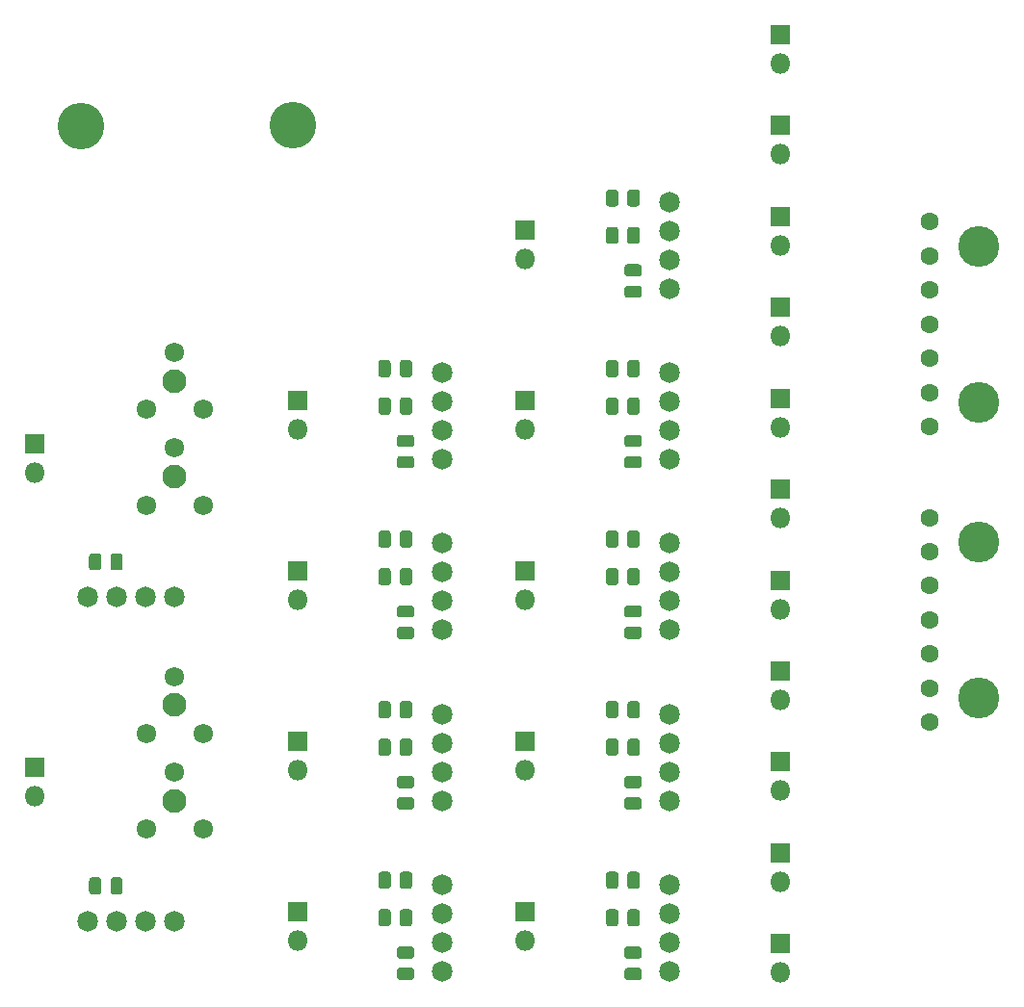
<source format=gbr>
%TF.GenerationSoftware,KiCad,Pcbnew,(5.1.5)-3*%
%TF.CreationDate,2021-01-11T01:20:26-06:00*%
%TF.ProjectId,BPS-Test,4250532d-5465-4737-942e-6b696361645f,rev?*%
%TF.SameCoordinates,Original*%
%TF.FileFunction,Soldermask,Bot*%
%TF.FilePolarity,Negative*%
%FSLAX46Y46*%
G04 Gerber Fmt 4.6, Leading zero omitted, Abs format (unit mm)*
G04 Created by KiCad (PCBNEW (5.1.5)-3) date 2021-01-11 01:20:26*
%MOMM*%
%LPD*%
G04 APERTURE LIST*
%ADD10C,2.100000*%
%ADD11C,1.720000*%
%ADD12C,0.100000*%
%ADD13C,1.825000*%
%ADD14C,3.600000*%
%ADD15C,1.600000*%
%ADD16C,4.100000*%
%ADD17O,1.800000X1.800000*%
%ADD18R,1.800000X1.800000*%
G04 APERTURE END LIST*
D10*
%TO.C,RV4*%
X119900000Y-119900000D03*
D11*
X122400000Y-122400000D03*
X119900000Y-117400000D03*
X117400000Y-122400000D03*
%TD*%
D10*
%TO.C,RV3*%
X119900000Y-111500000D03*
D11*
X122400000Y-114000000D03*
X119900000Y-109000000D03*
X117400000Y-114000000D03*
%TD*%
D10*
%TO.C,RV2*%
X119900000Y-91400000D03*
D11*
X122400000Y-93900000D03*
X119900000Y-88900000D03*
X117400000Y-93900000D03*
%TD*%
D10*
%TO.C,RV1*%
X119900000Y-83000000D03*
D11*
X122400000Y-85500000D03*
X119900000Y-80500000D03*
X117400000Y-85500000D03*
%TD*%
D12*
%TO.C,C1*%
G36*
X115095092Y-98151294D02*
G01*
X115121181Y-98155164D01*
X115146764Y-98161572D01*
X115171596Y-98170457D01*
X115195438Y-98181734D01*
X115218060Y-98195293D01*
X115239243Y-98211003D01*
X115258785Y-98228715D01*
X115276497Y-98248257D01*
X115292207Y-98269440D01*
X115305766Y-98292062D01*
X115317043Y-98315904D01*
X115325928Y-98340736D01*
X115332336Y-98366319D01*
X115336206Y-98392408D01*
X115337500Y-98418750D01*
X115337500Y-99381250D01*
X115336206Y-99407592D01*
X115332336Y-99433681D01*
X115325928Y-99459264D01*
X115317043Y-99484096D01*
X115305766Y-99507938D01*
X115292207Y-99530560D01*
X115276497Y-99551743D01*
X115258785Y-99571285D01*
X115239243Y-99588997D01*
X115218060Y-99604707D01*
X115195438Y-99618266D01*
X115171596Y-99629543D01*
X115146764Y-99638428D01*
X115121181Y-99644836D01*
X115095092Y-99648706D01*
X115068750Y-99650000D01*
X114531250Y-99650000D01*
X114504908Y-99648706D01*
X114478819Y-99644836D01*
X114453236Y-99638428D01*
X114428404Y-99629543D01*
X114404562Y-99618266D01*
X114381940Y-99604707D01*
X114360757Y-99588997D01*
X114341215Y-99571285D01*
X114323503Y-99551743D01*
X114307793Y-99530560D01*
X114294234Y-99507938D01*
X114282957Y-99484096D01*
X114274072Y-99459264D01*
X114267664Y-99433681D01*
X114263794Y-99407592D01*
X114262500Y-99381250D01*
X114262500Y-98418750D01*
X114263794Y-98392408D01*
X114267664Y-98366319D01*
X114274072Y-98340736D01*
X114282957Y-98315904D01*
X114294234Y-98292062D01*
X114307793Y-98269440D01*
X114323503Y-98248257D01*
X114341215Y-98228715D01*
X114360757Y-98211003D01*
X114381940Y-98195293D01*
X114404562Y-98181734D01*
X114428404Y-98170457D01*
X114453236Y-98161572D01*
X114478819Y-98155164D01*
X114504908Y-98151294D01*
X114531250Y-98150000D01*
X115068750Y-98150000D01*
X115095092Y-98151294D01*
G37*
G36*
X113220092Y-98151294D02*
G01*
X113246181Y-98155164D01*
X113271764Y-98161572D01*
X113296596Y-98170457D01*
X113320438Y-98181734D01*
X113343060Y-98195293D01*
X113364243Y-98211003D01*
X113383785Y-98228715D01*
X113401497Y-98248257D01*
X113417207Y-98269440D01*
X113430766Y-98292062D01*
X113442043Y-98315904D01*
X113450928Y-98340736D01*
X113457336Y-98366319D01*
X113461206Y-98392408D01*
X113462500Y-98418750D01*
X113462500Y-99381250D01*
X113461206Y-99407592D01*
X113457336Y-99433681D01*
X113450928Y-99459264D01*
X113442043Y-99484096D01*
X113430766Y-99507938D01*
X113417207Y-99530560D01*
X113401497Y-99551743D01*
X113383785Y-99571285D01*
X113364243Y-99588997D01*
X113343060Y-99604707D01*
X113320438Y-99618266D01*
X113296596Y-99629543D01*
X113271764Y-99638428D01*
X113246181Y-99644836D01*
X113220092Y-99648706D01*
X113193750Y-99650000D01*
X112656250Y-99650000D01*
X112629908Y-99648706D01*
X112603819Y-99644836D01*
X112578236Y-99638428D01*
X112553404Y-99629543D01*
X112529562Y-99618266D01*
X112506940Y-99604707D01*
X112485757Y-99588997D01*
X112466215Y-99571285D01*
X112448503Y-99551743D01*
X112432793Y-99530560D01*
X112419234Y-99507938D01*
X112407957Y-99484096D01*
X112399072Y-99459264D01*
X112392664Y-99433681D01*
X112388794Y-99407592D01*
X112387500Y-99381250D01*
X112387500Y-98418750D01*
X112388794Y-98392408D01*
X112392664Y-98366319D01*
X112399072Y-98340736D01*
X112407957Y-98315904D01*
X112419234Y-98292062D01*
X112432793Y-98269440D01*
X112448503Y-98248257D01*
X112466215Y-98228715D01*
X112485757Y-98211003D01*
X112506940Y-98195293D01*
X112529562Y-98181734D01*
X112553404Y-98170457D01*
X112578236Y-98161572D01*
X112603819Y-98155164D01*
X112629908Y-98151294D01*
X112656250Y-98150000D01*
X113193750Y-98150000D01*
X113220092Y-98151294D01*
G37*
%TD*%
%TO.C,C11*%
G36*
X115095092Y-126651294D02*
G01*
X115121181Y-126655164D01*
X115146764Y-126661572D01*
X115171596Y-126670457D01*
X115195438Y-126681734D01*
X115218060Y-126695293D01*
X115239243Y-126711003D01*
X115258785Y-126728715D01*
X115276497Y-126748257D01*
X115292207Y-126769440D01*
X115305766Y-126792062D01*
X115317043Y-126815904D01*
X115325928Y-126840736D01*
X115332336Y-126866319D01*
X115336206Y-126892408D01*
X115337500Y-126918750D01*
X115337500Y-127881250D01*
X115336206Y-127907592D01*
X115332336Y-127933681D01*
X115325928Y-127959264D01*
X115317043Y-127984096D01*
X115305766Y-128007938D01*
X115292207Y-128030560D01*
X115276497Y-128051743D01*
X115258785Y-128071285D01*
X115239243Y-128088997D01*
X115218060Y-128104707D01*
X115195438Y-128118266D01*
X115171596Y-128129543D01*
X115146764Y-128138428D01*
X115121181Y-128144836D01*
X115095092Y-128148706D01*
X115068750Y-128150000D01*
X114531250Y-128150000D01*
X114504908Y-128148706D01*
X114478819Y-128144836D01*
X114453236Y-128138428D01*
X114428404Y-128129543D01*
X114404562Y-128118266D01*
X114381940Y-128104707D01*
X114360757Y-128088997D01*
X114341215Y-128071285D01*
X114323503Y-128051743D01*
X114307793Y-128030560D01*
X114294234Y-128007938D01*
X114282957Y-127984096D01*
X114274072Y-127959264D01*
X114267664Y-127933681D01*
X114263794Y-127907592D01*
X114262500Y-127881250D01*
X114262500Y-126918750D01*
X114263794Y-126892408D01*
X114267664Y-126866319D01*
X114274072Y-126840736D01*
X114282957Y-126815904D01*
X114294234Y-126792062D01*
X114307793Y-126769440D01*
X114323503Y-126748257D01*
X114341215Y-126728715D01*
X114360757Y-126711003D01*
X114381940Y-126695293D01*
X114404562Y-126681734D01*
X114428404Y-126670457D01*
X114453236Y-126661572D01*
X114478819Y-126655164D01*
X114504908Y-126651294D01*
X114531250Y-126650000D01*
X115068750Y-126650000D01*
X115095092Y-126651294D01*
G37*
G36*
X113220092Y-126651294D02*
G01*
X113246181Y-126655164D01*
X113271764Y-126661572D01*
X113296596Y-126670457D01*
X113320438Y-126681734D01*
X113343060Y-126695293D01*
X113364243Y-126711003D01*
X113383785Y-126728715D01*
X113401497Y-126748257D01*
X113417207Y-126769440D01*
X113430766Y-126792062D01*
X113442043Y-126815904D01*
X113450928Y-126840736D01*
X113457336Y-126866319D01*
X113461206Y-126892408D01*
X113462500Y-126918750D01*
X113462500Y-127881250D01*
X113461206Y-127907592D01*
X113457336Y-127933681D01*
X113450928Y-127959264D01*
X113442043Y-127984096D01*
X113430766Y-128007938D01*
X113417207Y-128030560D01*
X113401497Y-128051743D01*
X113383785Y-128071285D01*
X113364243Y-128088997D01*
X113343060Y-128104707D01*
X113320438Y-128118266D01*
X113296596Y-128129543D01*
X113271764Y-128138428D01*
X113246181Y-128144836D01*
X113220092Y-128148706D01*
X113193750Y-128150000D01*
X112656250Y-128150000D01*
X112629908Y-128148706D01*
X112603819Y-128144836D01*
X112578236Y-128138428D01*
X112553404Y-128129543D01*
X112529562Y-128118266D01*
X112506940Y-128104707D01*
X112485757Y-128088997D01*
X112466215Y-128071285D01*
X112448503Y-128051743D01*
X112432793Y-128030560D01*
X112419234Y-128007938D01*
X112407957Y-127984096D01*
X112399072Y-127959264D01*
X112392664Y-127933681D01*
X112388794Y-127907592D01*
X112387500Y-127881250D01*
X112387500Y-126918750D01*
X112388794Y-126892408D01*
X112392664Y-126866319D01*
X112399072Y-126840736D01*
X112407957Y-126815904D01*
X112419234Y-126792062D01*
X112432793Y-126769440D01*
X112448503Y-126748257D01*
X112466215Y-126728715D01*
X112485757Y-126711003D01*
X112506940Y-126695293D01*
X112529562Y-126681734D01*
X112553404Y-126670457D01*
X112578236Y-126661572D01*
X112603819Y-126655164D01*
X112629908Y-126651294D01*
X112656250Y-126650000D01*
X113193750Y-126650000D01*
X113220092Y-126651294D01*
G37*
%TD*%
D13*
%TO.C,PS10*%
X119920000Y-130500000D03*
X117380000Y-130500000D03*
X114840000Y-130500000D03*
X112300000Y-130500000D03*
%TD*%
%TO.C,PS11*%
X119920000Y-102000000D03*
X117380000Y-102000000D03*
X114840000Y-102000000D03*
X112300000Y-102000000D03*
%TD*%
%TO.C,PS9*%
X143400000Y-82280000D03*
X143400000Y-84820000D03*
X143400000Y-87360000D03*
X143400000Y-89900000D03*
%TD*%
%TO.C,PS8*%
X143400000Y-97280000D03*
X143400000Y-99820000D03*
X143400000Y-102360000D03*
X143400000Y-104900000D03*
%TD*%
%TO.C,PS7*%
X143400000Y-112280000D03*
X143400000Y-114820000D03*
X143400000Y-117360000D03*
X143400000Y-119900000D03*
%TD*%
%TO.C,PS6*%
X143400000Y-127280000D03*
X143400000Y-129820000D03*
X143400000Y-132360000D03*
X143400000Y-134900000D03*
%TD*%
%TO.C,PS5*%
X163400000Y-67280000D03*
X163400000Y-69820000D03*
X163400000Y-72360000D03*
X163400000Y-74900000D03*
%TD*%
%TO.C,PS4*%
X163400000Y-82280000D03*
X163400000Y-84820000D03*
X163400000Y-87360000D03*
X163400000Y-89900000D03*
%TD*%
%TO.C,PS3*%
X163400000Y-97280000D03*
X163400000Y-99820000D03*
X163400000Y-102360000D03*
X163400000Y-104900000D03*
%TD*%
%TO.C,PS2*%
X163400000Y-112280000D03*
X163400000Y-114820000D03*
X163400000Y-117360000D03*
X163400000Y-119900000D03*
%TD*%
%TO.C,PS1*%
X163400000Y-127280000D03*
X163400000Y-129820000D03*
X163400000Y-132360000D03*
X163400000Y-134900000D03*
%TD*%
D14*
%TO.C,J24*%
X190618000Y-71159000D03*
X190618000Y-84841000D03*
D15*
X186300000Y-87000000D03*
X186300000Y-84000000D03*
X186300000Y-81000000D03*
X186300000Y-78000000D03*
X186300000Y-75000000D03*
X186300000Y-72000000D03*
X186300000Y-69000000D03*
%TD*%
D14*
%TO.C,J23*%
X190618000Y-97159000D03*
X190618000Y-110841000D03*
D15*
X186300000Y-113000000D03*
X186300000Y-110000000D03*
X186300000Y-107000000D03*
X186300000Y-104000000D03*
X186300000Y-101000000D03*
X186300000Y-98000000D03*
X186300000Y-95000000D03*
%TD*%
D12*
%TO.C,R24*%
G36*
X160532592Y-129451294D02*
G01*
X160558681Y-129455164D01*
X160584264Y-129461572D01*
X160609096Y-129470457D01*
X160632938Y-129481734D01*
X160655560Y-129495293D01*
X160676743Y-129511003D01*
X160696285Y-129528715D01*
X160713997Y-129548257D01*
X160729707Y-129569440D01*
X160743266Y-129592062D01*
X160754543Y-129615904D01*
X160763428Y-129640736D01*
X160769836Y-129666319D01*
X160773706Y-129692408D01*
X160775000Y-129718750D01*
X160775000Y-130681250D01*
X160773706Y-130707592D01*
X160769836Y-130733681D01*
X160763428Y-130759264D01*
X160754543Y-130784096D01*
X160743266Y-130807938D01*
X160729707Y-130830560D01*
X160713997Y-130851743D01*
X160696285Y-130871285D01*
X160676743Y-130888997D01*
X160655560Y-130904707D01*
X160632938Y-130918266D01*
X160609096Y-130929543D01*
X160584264Y-130938428D01*
X160558681Y-130944836D01*
X160532592Y-130948706D01*
X160506250Y-130950000D01*
X159968750Y-130950000D01*
X159942408Y-130948706D01*
X159916319Y-130944836D01*
X159890736Y-130938428D01*
X159865904Y-130929543D01*
X159842062Y-130918266D01*
X159819440Y-130904707D01*
X159798257Y-130888997D01*
X159778715Y-130871285D01*
X159761003Y-130851743D01*
X159745293Y-130830560D01*
X159731734Y-130807938D01*
X159720457Y-130784096D01*
X159711572Y-130759264D01*
X159705164Y-130733681D01*
X159701294Y-130707592D01*
X159700000Y-130681250D01*
X159700000Y-129718750D01*
X159701294Y-129692408D01*
X159705164Y-129666319D01*
X159711572Y-129640736D01*
X159720457Y-129615904D01*
X159731734Y-129592062D01*
X159745293Y-129569440D01*
X159761003Y-129548257D01*
X159778715Y-129528715D01*
X159798257Y-129511003D01*
X159819440Y-129495293D01*
X159842062Y-129481734D01*
X159865904Y-129470457D01*
X159890736Y-129461572D01*
X159916319Y-129455164D01*
X159942408Y-129451294D01*
X159968750Y-129450000D01*
X160506250Y-129450000D01*
X160532592Y-129451294D01*
G37*
G36*
X158657592Y-129451294D02*
G01*
X158683681Y-129455164D01*
X158709264Y-129461572D01*
X158734096Y-129470457D01*
X158757938Y-129481734D01*
X158780560Y-129495293D01*
X158801743Y-129511003D01*
X158821285Y-129528715D01*
X158838997Y-129548257D01*
X158854707Y-129569440D01*
X158868266Y-129592062D01*
X158879543Y-129615904D01*
X158888428Y-129640736D01*
X158894836Y-129666319D01*
X158898706Y-129692408D01*
X158900000Y-129718750D01*
X158900000Y-130681250D01*
X158898706Y-130707592D01*
X158894836Y-130733681D01*
X158888428Y-130759264D01*
X158879543Y-130784096D01*
X158868266Y-130807938D01*
X158854707Y-130830560D01*
X158838997Y-130851743D01*
X158821285Y-130871285D01*
X158801743Y-130888997D01*
X158780560Y-130904707D01*
X158757938Y-130918266D01*
X158734096Y-130929543D01*
X158709264Y-130938428D01*
X158683681Y-130944836D01*
X158657592Y-130948706D01*
X158631250Y-130950000D01*
X158093750Y-130950000D01*
X158067408Y-130948706D01*
X158041319Y-130944836D01*
X158015736Y-130938428D01*
X157990904Y-130929543D01*
X157967062Y-130918266D01*
X157944440Y-130904707D01*
X157923257Y-130888997D01*
X157903715Y-130871285D01*
X157886003Y-130851743D01*
X157870293Y-130830560D01*
X157856734Y-130807938D01*
X157845457Y-130784096D01*
X157836572Y-130759264D01*
X157830164Y-130733681D01*
X157826294Y-130707592D01*
X157825000Y-130681250D01*
X157825000Y-129718750D01*
X157826294Y-129692408D01*
X157830164Y-129666319D01*
X157836572Y-129640736D01*
X157845457Y-129615904D01*
X157856734Y-129592062D01*
X157870293Y-129569440D01*
X157886003Y-129548257D01*
X157903715Y-129528715D01*
X157923257Y-129511003D01*
X157944440Y-129495293D01*
X157967062Y-129481734D01*
X157990904Y-129470457D01*
X158015736Y-129461572D01*
X158041319Y-129455164D01*
X158067408Y-129451294D01*
X158093750Y-129450000D01*
X158631250Y-129450000D01*
X158657592Y-129451294D01*
G37*
%TD*%
D16*
%TO.C,J26*%
X130300000Y-60500000D03*
%TD*%
%TO.C,J25*%
X111700000Y-60600000D03*
%TD*%
D17*
%TO.C,J22*%
X150740000Y-132240000D03*
D18*
X150740000Y-129700000D03*
%TD*%
D17*
%TO.C,J21*%
X150740000Y-117240000D03*
D18*
X150740000Y-114700000D03*
%TD*%
D17*
%TO.C,J20*%
X150740000Y-102240000D03*
D18*
X150740000Y-99700000D03*
%TD*%
D17*
%TO.C,J19*%
X150740000Y-87240000D03*
D18*
X150740000Y-84700000D03*
%TD*%
D17*
%TO.C,J18*%
X150740000Y-72240000D03*
D18*
X150740000Y-69700000D03*
%TD*%
D17*
%TO.C,J17*%
X130740000Y-132240000D03*
D18*
X130740000Y-129700000D03*
%TD*%
D17*
%TO.C,J16*%
X130740000Y-117240000D03*
D18*
X130740000Y-114700000D03*
%TD*%
D17*
%TO.C,J15*%
X130740000Y-102240000D03*
D18*
X130740000Y-99700000D03*
%TD*%
D17*
%TO.C,J14*%
X130740000Y-87240000D03*
D18*
X130740000Y-84700000D03*
%TD*%
D17*
%TO.C,J13*%
X107600000Y-119540000D03*
D18*
X107600000Y-117000000D03*
%TD*%
D17*
%TO.C,J12*%
X107600000Y-91040000D03*
D18*
X107600000Y-88500000D03*
%TD*%
D17*
%TO.C,J11*%
X173100000Y-55040000D03*
D18*
X173100000Y-52500000D03*
%TD*%
D17*
%TO.C,J10*%
X173100000Y-63040000D03*
D18*
X173100000Y-60500000D03*
%TD*%
D17*
%TO.C,J9*%
X173100000Y-71040000D03*
D18*
X173100000Y-68500000D03*
%TD*%
D17*
%TO.C,J8*%
X173100000Y-79040000D03*
D18*
X173100000Y-76500000D03*
%TD*%
D17*
%TO.C,J7*%
X173100000Y-87040000D03*
D18*
X173100000Y-84500000D03*
%TD*%
D17*
%TO.C,J6*%
X173100000Y-95040000D03*
D18*
X173100000Y-92500000D03*
%TD*%
D17*
%TO.C,J5*%
X173100000Y-103040000D03*
D18*
X173100000Y-100500000D03*
%TD*%
D17*
%TO.C,J4*%
X173100000Y-111040000D03*
D18*
X173100000Y-108500000D03*
%TD*%
D17*
%TO.C,J3*%
X173100000Y-119040000D03*
D18*
X173100000Y-116500000D03*
%TD*%
D17*
%TO.C,J2*%
X173100000Y-127040000D03*
D18*
X173100000Y-124500000D03*
%TD*%
D17*
%TO.C,J1*%
X173100000Y-135040000D03*
D18*
X173100000Y-132500000D03*
%TD*%
D12*
%TO.C,R16*%
G36*
X160532592Y-114451294D02*
G01*
X160558681Y-114455164D01*
X160584264Y-114461572D01*
X160609096Y-114470457D01*
X160632938Y-114481734D01*
X160655560Y-114495293D01*
X160676743Y-114511003D01*
X160696285Y-114528715D01*
X160713997Y-114548257D01*
X160729707Y-114569440D01*
X160743266Y-114592062D01*
X160754543Y-114615904D01*
X160763428Y-114640736D01*
X160769836Y-114666319D01*
X160773706Y-114692408D01*
X160775000Y-114718750D01*
X160775000Y-115681250D01*
X160773706Y-115707592D01*
X160769836Y-115733681D01*
X160763428Y-115759264D01*
X160754543Y-115784096D01*
X160743266Y-115807938D01*
X160729707Y-115830560D01*
X160713997Y-115851743D01*
X160696285Y-115871285D01*
X160676743Y-115888997D01*
X160655560Y-115904707D01*
X160632938Y-115918266D01*
X160609096Y-115929543D01*
X160584264Y-115938428D01*
X160558681Y-115944836D01*
X160532592Y-115948706D01*
X160506250Y-115950000D01*
X159968750Y-115950000D01*
X159942408Y-115948706D01*
X159916319Y-115944836D01*
X159890736Y-115938428D01*
X159865904Y-115929543D01*
X159842062Y-115918266D01*
X159819440Y-115904707D01*
X159798257Y-115888997D01*
X159778715Y-115871285D01*
X159761003Y-115851743D01*
X159745293Y-115830560D01*
X159731734Y-115807938D01*
X159720457Y-115784096D01*
X159711572Y-115759264D01*
X159705164Y-115733681D01*
X159701294Y-115707592D01*
X159700000Y-115681250D01*
X159700000Y-114718750D01*
X159701294Y-114692408D01*
X159705164Y-114666319D01*
X159711572Y-114640736D01*
X159720457Y-114615904D01*
X159731734Y-114592062D01*
X159745293Y-114569440D01*
X159761003Y-114548257D01*
X159778715Y-114528715D01*
X159798257Y-114511003D01*
X159819440Y-114495293D01*
X159842062Y-114481734D01*
X159865904Y-114470457D01*
X159890736Y-114461572D01*
X159916319Y-114455164D01*
X159942408Y-114451294D01*
X159968750Y-114450000D01*
X160506250Y-114450000D01*
X160532592Y-114451294D01*
G37*
G36*
X158657592Y-114451294D02*
G01*
X158683681Y-114455164D01*
X158709264Y-114461572D01*
X158734096Y-114470457D01*
X158757938Y-114481734D01*
X158780560Y-114495293D01*
X158801743Y-114511003D01*
X158821285Y-114528715D01*
X158838997Y-114548257D01*
X158854707Y-114569440D01*
X158868266Y-114592062D01*
X158879543Y-114615904D01*
X158888428Y-114640736D01*
X158894836Y-114666319D01*
X158898706Y-114692408D01*
X158900000Y-114718750D01*
X158900000Y-115681250D01*
X158898706Y-115707592D01*
X158894836Y-115733681D01*
X158888428Y-115759264D01*
X158879543Y-115784096D01*
X158868266Y-115807938D01*
X158854707Y-115830560D01*
X158838997Y-115851743D01*
X158821285Y-115871285D01*
X158801743Y-115888997D01*
X158780560Y-115904707D01*
X158757938Y-115918266D01*
X158734096Y-115929543D01*
X158709264Y-115938428D01*
X158683681Y-115944836D01*
X158657592Y-115948706D01*
X158631250Y-115950000D01*
X158093750Y-115950000D01*
X158067408Y-115948706D01*
X158041319Y-115944836D01*
X158015736Y-115938428D01*
X157990904Y-115929543D01*
X157967062Y-115918266D01*
X157944440Y-115904707D01*
X157923257Y-115888997D01*
X157903715Y-115871285D01*
X157886003Y-115851743D01*
X157870293Y-115830560D01*
X157856734Y-115807938D01*
X157845457Y-115784096D01*
X157836572Y-115759264D01*
X157830164Y-115733681D01*
X157826294Y-115707592D01*
X157825000Y-115681250D01*
X157825000Y-114718750D01*
X157826294Y-114692408D01*
X157830164Y-114666319D01*
X157836572Y-114640736D01*
X157845457Y-114615904D01*
X157856734Y-114592062D01*
X157870293Y-114569440D01*
X157886003Y-114548257D01*
X157903715Y-114528715D01*
X157923257Y-114511003D01*
X157944440Y-114495293D01*
X157967062Y-114481734D01*
X157990904Y-114470457D01*
X158015736Y-114461572D01*
X158041319Y-114455164D01*
X158067408Y-114451294D01*
X158093750Y-114450000D01*
X158631250Y-114450000D01*
X158657592Y-114451294D01*
G37*
%TD*%
%TO.C,R17*%
G36*
X160532592Y-99451294D02*
G01*
X160558681Y-99455164D01*
X160584264Y-99461572D01*
X160609096Y-99470457D01*
X160632938Y-99481734D01*
X160655560Y-99495293D01*
X160676743Y-99511003D01*
X160696285Y-99528715D01*
X160713997Y-99548257D01*
X160729707Y-99569440D01*
X160743266Y-99592062D01*
X160754543Y-99615904D01*
X160763428Y-99640736D01*
X160769836Y-99666319D01*
X160773706Y-99692408D01*
X160775000Y-99718750D01*
X160775000Y-100681250D01*
X160773706Y-100707592D01*
X160769836Y-100733681D01*
X160763428Y-100759264D01*
X160754543Y-100784096D01*
X160743266Y-100807938D01*
X160729707Y-100830560D01*
X160713997Y-100851743D01*
X160696285Y-100871285D01*
X160676743Y-100888997D01*
X160655560Y-100904707D01*
X160632938Y-100918266D01*
X160609096Y-100929543D01*
X160584264Y-100938428D01*
X160558681Y-100944836D01*
X160532592Y-100948706D01*
X160506250Y-100950000D01*
X159968750Y-100950000D01*
X159942408Y-100948706D01*
X159916319Y-100944836D01*
X159890736Y-100938428D01*
X159865904Y-100929543D01*
X159842062Y-100918266D01*
X159819440Y-100904707D01*
X159798257Y-100888997D01*
X159778715Y-100871285D01*
X159761003Y-100851743D01*
X159745293Y-100830560D01*
X159731734Y-100807938D01*
X159720457Y-100784096D01*
X159711572Y-100759264D01*
X159705164Y-100733681D01*
X159701294Y-100707592D01*
X159700000Y-100681250D01*
X159700000Y-99718750D01*
X159701294Y-99692408D01*
X159705164Y-99666319D01*
X159711572Y-99640736D01*
X159720457Y-99615904D01*
X159731734Y-99592062D01*
X159745293Y-99569440D01*
X159761003Y-99548257D01*
X159778715Y-99528715D01*
X159798257Y-99511003D01*
X159819440Y-99495293D01*
X159842062Y-99481734D01*
X159865904Y-99470457D01*
X159890736Y-99461572D01*
X159916319Y-99455164D01*
X159942408Y-99451294D01*
X159968750Y-99450000D01*
X160506250Y-99450000D01*
X160532592Y-99451294D01*
G37*
G36*
X158657592Y-99451294D02*
G01*
X158683681Y-99455164D01*
X158709264Y-99461572D01*
X158734096Y-99470457D01*
X158757938Y-99481734D01*
X158780560Y-99495293D01*
X158801743Y-99511003D01*
X158821285Y-99528715D01*
X158838997Y-99548257D01*
X158854707Y-99569440D01*
X158868266Y-99592062D01*
X158879543Y-99615904D01*
X158888428Y-99640736D01*
X158894836Y-99666319D01*
X158898706Y-99692408D01*
X158900000Y-99718750D01*
X158900000Y-100681250D01*
X158898706Y-100707592D01*
X158894836Y-100733681D01*
X158888428Y-100759264D01*
X158879543Y-100784096D01*
X158868266Y-100807938D01*
X158854707Y-100830560D01*
X158838997Y-100851743D01*
X158821285Y-100871285D01*
X158801743Y-100888997D01*
X158780560Y-100904707D01*
X158757938Y-100918266D01*
X158734096Y-100929543D01*
X158709264Y-100938428D01*
X158683681Y-100944836D01*
X158657592Y-100948706D01*
X158631250Y-100950000D01*
X158093750Y-100950000D01*
X158067408Y-100948706D01*
X158041319Y-100944836D01*
X158015736Y-100938428D01*
X157990904Y-100929543D01*
X157967062Y-100918266D01*
X157944440Y-100904707D01*
X157923257Y-100888997D01*
X157903715Y-100871285D01*
X157886003Y-100851743D01*
X157870293Y-100830560D01*
X157856734Y-100807938D01*
X157845457Y-100784096D01*
X157836572Y-100759264D01*
X157830164Y-100733681D01*
X157826294Y-100707592D01*
X157825000Y-100681250D01*
X157825000Y-99718750D01*
X157826294Y-99692408D01*
X157830164Y-99666319D01*
X157836572Y-99640736D01*
X157845457Y-99615904D01*
X157856734Y-99592062D01*
X157870293Y-99569440D01*
X157886003Y-99548257D01*
X157903715Y-99528715D01*
X157923257Y-99511003D01*
X157944440Y-99495293D01*
X157967062Y-99481734D01*
X157990904Y-99470457D01*
X158015736Y-99461572D01*
X158041319Y-99455164D01*
X158067408Y-99451294D01*
X158093750Y-99450000D01*
X158631250Y-99450000D01*
X158657592Y-99451294D01*
G37*
%TD*%
%TO.C,R19*%
G36*
X160532592Y-69451294D02*
G01*
X160558681Y-69455164D01*
X160584264Y-69461572D01*
X160609096Y-69470457D01*
X160632938Y-69481734D01*
X160655560Y-69495293D01*
X160676743Y-69511003D01*
X160696285Y-69528715D01*
X160713997Y-69548257D01*
X160729707Y-69569440D01*
X160743266Y-69592062D01*
X160754543Y-69615904D01*
X160763428Y-69640736D01*
X160769836Y-69666319D01*
X160773706Y-69692408D01*
X160775000Y-69718750D01*
X160775000Y-70681250D01*
X160773706Y-70707592D01*
X160769836Y-70733681D01*
X160763428Y-70759264D01*
X160754543Y-70784096D01*
X160743266Y-70807938D01*
X160729707Y-70830560D01*
X160713997Y-70851743D01*
X160696285Y-70871285D01*
X160676743Y-70888997D01*
X160655560Y-70904707D01*
X160632938Y-70918266D01*
X160609096Y-70929543D01*
X160584264Y-70938428D01*
X160558681Y-70944836D01*
X160532592Y-70948706D01*
X160506250Y-70950000D01*
X159968750Y-70950000D01*
X159942408Y-70948706D01*
X159916319Y-70944836D01*
X159890736Y-70938428D01*
X159865904Y-70929543D01*
X159842062Y-70918266D01*
X159819440Y-70904707D01*
X159798257Y-70888997D01*
X159778715Y-70871285D01*
X159761003Y-70851743D01*
X159745293Y-70830560D01*
X159731734Y-70807938D01*
X159720457Y-70784096D01*
X159711572Y-70759264D01*
X159705164Y-70733681D01*
X159701294Y-70707592D01*
X159700000Y-70681250D01*
X159700000Y-69718750D01*
X159701294Y-69692408D01*
X159705164Y-69666319D01*
X159711572Y-69640736D01*
X159720457Y-69615904D01*
X159731734Y-69592062D01*
X159745293Y-69569440D01*
X159761003Y-69548257D01*
X159778715Y-69528715D01*
X159798257Y-69511003D01*
X159819440Y-69495293D01*
X159842062Y-69481734D01*
X159865904Y-69470457D01*
X159890736Y-69461572D01*
X159916319Y-69455164D01*
X159942408Y-69451294D01*
X159968750Y-69450000D01*
X160506250Y-69450000D01*
X160532592Y-69451294D01*
G37*
G36*
X158657592Y-69451294D02*
G01*
X158683681Y-69455164D01*
X158709264Y-69461572D01*
X158734096Y-69470457D01*
X158757938Y-69481734D01*
X158780560Y-69495293D01*
X158801743Y-69511003D01*
X158821285Y-69528715D01*
X158838997Y-69548257D01*
X158854707Y-69569440D01*
X158868266Y-69592062D01*
X158879543Y-69615904D01*
X158888428Y-69640736D01*
X158894836Y-69666319D01*
X158898706Y-69692408D01*
X158900000Y-69718750D01*
X158900000Y-70681250D01*
X158898706Y-70707592D01*
X158894836Y-70733681D01*
X158888428Y-70759264D01*
X158879543Y-70784096D01*
X158868266Y-70807938D01*
X158854707Y-70830560D01*
X158838997Y-70851743D01*
X158821285Y-70871285D01*
X158801743Y-70888997D01*
X158780560Y-70904707D01*
X158757938Y-70918266D01*
X158734096Y-70929543D01*
X158709264Y-70938428D01*
X158683681Y-70944836D01*
X158657592Y-70948706D01*
X158631250Y-70950000D01*
X158093750Y-70950000D01*
X158067408Y-70948706D01*
X158041319Y-70944836D01*
X158015736Y-70938428D01*
X157990904Y-70929543D01*
X157967062Y-70918266D01*
X157944440Y-70904707D01*
X157923257Y-70888997D01*
X157903715Y-70871285D01*
X157886003Y-70851743D01*
X157870293Y-70830560D01*
X157856734Y-70807938D01*
X157845457Y-70784096D01*
X157836572Y-70759264D01*
X157830164Y-70733681D01*
X157826294Y-70707592D01*
X157825000Y-70681250D01*
X157825000Y-69718750D01*
X157826294Y-69692408D01*
X157830164Y-69666319D01*
X157836572Y-69640736D01*
X157845457Y-69615904D01*
X157856734Y-69592062D01*
X157870293Y-69569440D01*
X157886003Y-69548257D01*
X157903715Y-69528715D01*
X157923257Y-69511003D01*
X157944440Y-69495293D01*
X157967062Y-69481734D01*
X157990904Y-69470457D01*
X158015736Y-69461572D01*
X158041319Y-69455164D01*
X158067408Y-69451294D01*
X158093750Y-69450000D01*
X158631250Y-69450000D01*
X158657592Y-69451294D01*
G37*
%TD*%
%TO.C,R18*%
G36*
X160532592Y-84451294D02*
G01*
X160558681Y-84455164D01*
X160584264Y-84461572D01*
X160609096Y-84470457D01*
X160632938Y-84481734D01*
X160655560Y-84495293D01*
X160676743Y-84511003D01*
X160696285Y-84528715D01*
X160713997Y-84548257D01*
X160729707Y-84569440D01*
X160743266Y-84592062D01*
X160754543Y-84615904D01*
X160763428Y-84640736D01*
X160769836Y-84666319D01*
X160773706Y-84692408D01*
X160775000Y-84718750D01*
X160775000Y-85681250D01*
X160773706Y-85707592D01*
X160769836Y-85733681D01*
X160763428Y-85759264D01*
X160754543Y-85784096D01*
X160743266Y-85807938D01*
X160729707Y-85830560D01*
X160713997Y-85851743D01*
X160696285Y-85871285D01*
X160676743Y-85888997D01*
X160655560Y-85904707D01*
X160632938Y-85918266D01*
X160609096Y-85929543D01*
X160584264Y-85938428D01*
X160558681Y-85944836D01*
X160532592Y-85948706D01*
X160506250Y-85950000D01*
X159968750Y-85950000D01*
X159942408Y-85948706D01*
X159916319Y-85944836D01*
X159890736Y-85938428D01*
X159865904Y-85929543D01*
X159842062Y-85918266D01*
X159819440Y-85904707D01*
X159798257Y-85888997D01*
X159778715Y-85871285D01*
X159761003Y-85851743D01*
X159745293Y-85830560D01*
X159731734Y-85807938D01*
X159720457Y-85784096D01*
X159711572Y-85759264D01*
X159705164Y-85733681D01*
X159701294Y-85707592D01*
X159700000Y-85681250D01*
X159700000Y-84718750D01*
X159701294Y-84692408D01*
X159705164Y-84666319D01*
X159711572Y-84640736D01*
X159720457Y-84615904D01*
X159731734Y-84592062D01*
X159745293Y-84569440D01*
X159761003Y-84548257D01*
X159778715Y-84528715D01*
X159798257Y-84511003D01*
X159819440Y-84495293D01*
X159842062Y-84481734D01*
X159865904Y-84470457D01*
X159890736Y-84461572D01*
X159916319Y-84455164D01*
X159942408Y-84451294D01*
X159968750Y-84450000D01*
X160506250Y-84450000D01*
X160532592Y-84451294D01*
G37*
G36*
X158657592Y-84451294D02*
G01*
X158683681Y-84455164D01*
X158709264Y-84461572D01*
X158734096Y-84470457D01*
X158757938Y-84481734D01*
X158780560Y-84495293D01*
X158801743Y-84511003D01*
X158821285Y-84528715D01*
X158838997Y-84548257D01*
X158854707Y-84569440D01*
X158868266Y-84592062D01*
X158879543Y-84615904D01*
X158888428Y-84640736D01*
X158894836Y-84666319D01*
X158898706Y-84692408D01*
X158900000Y-84718750D01*
X158900000Y-85681250D01*
X158898706Y-85707592D01*
X158894836Y-85733681D01*
X158888428Y-85759264D01*
X158879543Y-85784096D01*
X158868266Y-85807938D01*
X158854707Y-85830560D01*
X158838997Y-85851743D01*
X158821285Y-85871285D01*
X158801743Y-85888997D01*
X158780560Y-85904707D01*
X158757938Y-85918266D01*
X158734096Y-85929543D01*
X158709264Y-85938428D01*
X158683681Y-85944836D01*
X158657592Y-85948706D01*
X158631250Y-85950000D01*
X158093750Y-85950000D01*
X158067408Y-85948706D01*
X158041319Y-85944836D01*
X158015736Y-85938428D01*
X157990904Y-85929543D01*
X157967062Y-85918266D01*
X157944440Y-85904707D01*
X157923257Y-85888997D01*
X157903715Y-85871285D01*
X157886003Y-85851743D01*
X157870293Y-85830560D01*
X157856734Y-85807938D01*
X157845457Y-85784096D01*
X157836572Y-85759264D01*
X157830164Y-85733681D01*
X157826294Y-85707592D01*
X157825000Y-85681250D01*
X157825000Y-84718750D01*
X157826294Y-84692408D01*
X157830164Y-84666319D01*
X157836572Y-84640736D01*
X157845457Y-84615904D01*
X157856734Y-84592062D01*
X157870293Y-84569440D01*
X157886003Y-84548257D01*
X157903715Y-84528715D01*
X157923257Y-84511003D01*
X157944440Y-84495293D01*
X157967062Y-84481734D01*
X157990904Y-84470457D01*
X158015736Y-84461572D01*
X158041319Y-84455164D01*
X158067408Y-84451294D01*
X158093750Y-84450000D01*
X158631250Y-84450000D01*
X158657592Y-84451294D01*
G37*
%TD*%
%TO.C,C5*%
G36*
X160707592Y-72726294D02*
G01*
X160733681Y-72730164D01*
X160759264Y-72736572D01*
X160784096Y-72745457D01*
X160807938Y-72756734D01*
X160830560Y-72770293D01*
X160851743Y-72786003D01*
X160871285Y-72803715D01*
X160888997Y-72823257D01*
X160904707Y-72844440D01*
X160918266Y-72867062D01*
X160929543Y-72890904D01*
X160938428Y-72915736D01*
X160944836Y-72941319D01*
X160948706Y-72967408D01*
X160950000Y-72993750D01*
X160950000Y-73531250D01*
X160948706Y-73557592D01*
X160944836Y-73583681D01*
X160938428Y-73609264D01*
X160929543Y-73634096D01*
X160918266Y-73657938D01*
X160904707Y-73680560D01*
X160888997Y-73701743D01*
X160871285Y-73721285D01*
X160851743Y-73738997D01*
X160830560Y-73754707D01*
X160807938Y-73768266D01*
X160784096Y-73779543D01*
X160759264Y-73788428D01*
X160733681Y-73794836D01*
X160707592Y-73798706D01*
X160681250Y-73800000D01*
X159718750Y-73800000D01*
X159692408Y-73798706D01*
X159666319Y-73794836D01*
X159640736Y-73788428D01*
X159615904Y-73779543D01*
X159592062Y-73768266D01*
X159569440Y-73754707D01*
X159548257Y-73738997D01*
X159528715Y-73721285D01*
X159511003Y-73701743D01*
X159495293Y-73680560D01*
X159481734Y-73657938D01*
X159470457Y-73634096D01*
X159461572Y-73609264D01*
X159455164Y-73583681D01*
X159451294Y-73557592D01*
X159450000Y-73531250D01*
X159450000Y-72993750D01*
X159451294Y-72967408D01*
X159455164Y-72941319D01*
X159461572Y-72915736D01*
X159470457Y-72890904D01*
X159481734Y-72867062D01*
X159495293Y-72844440D01*
X159511003Y-72823257D01*
X159528715Y-72803715D01*
X159548257Y-72786003D01*
X159569440Y-72770293D01*
X159592062Y-72756734D01*
X159615904Y-72745457D01*
X159640736Y-72736572D01*
X159666319Y-72730164D01*
X159692408Y-72726294D01*
X159718750Y-72725000D01*
X160681250Y-72725000D01*
X160707592Y-72726294D01*
G37*
G36*
X160707592Y-74601294D02*
G01*
X160733681Y-74605164D01*
X160759264Y-74611572D01*
X160784096Y-74620457D01*
X160807938Y-74631734D01*
X160830560Y-74645293D01*
X160851743Y-74661003D01*
X160871285Y-74678715D01*
X160888997Y-74698257D01*
X160904707Y-74719440D01*
X160918266Y-74742062D01*
X160929543Y-74765904D01*
X160938428Y-74790736D01*
X160944836Y-74816319D01*
X160948706Y-74842408D01*
X160950000Y-74868750D01*
X160950000Y-75406250D01*
X160948706Y-75432592D01*
X160944836Y-75458681D01*
X160938428Y-75484264D01*
X160929543Y-75509096D01*
X160918266Y-75532938D01*
X160904707Y-75555560D01*
X160888997Y-75576743D01*
X160871285Y-75596285D01*
X160851743Y-75613997D01*
X160830560Y-75629707D01*
X160807938Y-75643266D01*
X160784096Y-75654543D01*
X160759264Y-75663428D01*
X160733681Y-75669836D01*
X160707592Y-75673706D01*
X160681250Y-75675000D01*
X159718750Y-75675000D01*
X159692408Y-75673706D01*
X159666319Y-75669836D01*
X159640736Y-75663428D01*
X159615904Y-75654543D01*
X159592062Y-75643266D01*
X159569440Y-75629707D01*
X159548257Y-75613997D01*
X159528715Y-75596285D01*
X159511003Y-75576743D01*
X159495293Y-75555560D01*
X159481734Y-75532938D01*
X159470457Y-75509096D01*
X159461572Y-75484264D01*
X159455164Y-75458681D01*
X159451294Y-75432592D01*
X159450000Y-75406250D01*
X159450000Y-74868750D01*
X159451294Y-74842408D01*
X159455164Y-74816319D01*
X159461572Y-74790736D01*
X159470457Y-74765904D01*
X159481734Y-74742062D01*
X159495293Y-74719440D01*
X159511003Y-74698257D01*
X159528715Y-74678715D01*
X159548257Y-74661003D01*
X159569440Y-74645293D01*
X159592062Y-74631734D01*
X159615904Y-74620457D01*
X159640736Y-74611572D01*
X159666319Y-74605164D01*
X159692408Y-74601294D01*
X159718750Y-74600000D01*
X160681250Y-74600000D01*
X160707592Y-74601294D01*
G37*
%TD*%
%TO.C,C4*%
G36*
X160707592Y-87726294D02*
G01*
X160733681Y-87730164D01*
X160759264Y-87736572D01*
X160784096Y-87745457D01*
X160807938Y-87756734D01*
X160830560Y-87770293D01*
X160851743Y-87786003D01*
X160871285Y-87803715D01*
X160888997Y-87823257D01*
X160904707Y-87844440D01*
X160918266Y-87867062D01*
X160929543Y-87890904D01*
X160938428Y-87915736D01*
X160944836Y-87941319D01*
X160948706Y-87967408D01*
X160950000Y-87993750D01*
X160950000Y-88531250D01*
X160948706Y-88557592D01*
X160944836Y-88583681D01*
X160938428Y-88609264D01*
X160929543Y-88634096D01*
X160918266Y-88657938D01*
X160904707Y-88680560D01*
X160888997Y-88701743D01*
X160871285Y-88721285D01*
X160851743Y-88738997D01*
X160830560Y-88754707D01*
X160807938Y-88768266D01*
X160784096Y-88779543D01*
X160759264Y-88788428D01*
X160733681Y-88794836D01*
X160707592Y-88798706D01*
X160681250Y-88800000D01*
X159718750Y-88800000D01*
X159692408Y-88798706D01*
X159666319Y-88794836D01*
X159640736Y-88788428D01*
X159615904Y-88779543D01*
X159592062Y-88768266D01*
X159569440Y-88754707D01*
X159548257Y-88738997D01*
X159528715Y-88721285D01*
X159511003Y-88701743D01*
X159495293Y-88680560D01*
X159481734Y-88657938D01*
X159470457Y-88634096D01*
X159461572Y-88609264D01*
X159455164Y-88583681D01*
X159451294Y-88557592D01*
X159450000Y-88531250D01*
X159450000Y-87993750D01*
X159451294Y-87967408D01*
X159455164Y-87941319D01*
X159461572Y-87915736D01*
X159470457Y-87890904D01*
X159481734Y-87867062D01*
X159495293Y-87844440D01*
X159511003Y-87823257D01*
X159528715Y-87803715D01*
X159548257Y-87786003D01*
X159569440Y-87770293D01*
X159592062Y-87756734D01*
X159615904Y-87745457D01*
X159640736Y-87736572D01*
X159666319Y-87730164D01*
X159692408Y-87726294D01*
X159718750Y-87725000D01*
X160681250Y-87725000D01*
X160707592Y-87726294D01*
G37*
G36*
X160707592Y-89601294D02*
G01*
X160733681Y-89605164D01*
X160759264Y-89611572D01*
X160784096Y-89620457D01*
X160807938Y-89631734D01*
X160830560Y-89645293D01*
X160851743Y-89661003D01*
X160871285Y-89678715D01*
X160888997Y-89698257D01*
X160904707Y-89719440D01*
X160918266Y-89742062D01*
X160929543Y-89765904D01*
X160938428Y-89790736D01*
X160944836Y-89816319D01*
X160948706Y-89842408D01*
X160950000Y-89868750D01*
X160950000Y-90406250D01*
X160948706Y-90432592D01*
X160944836Y-90458681D01*
X160938428Y-90484264D01*
X160929543Y-90509096D01*
X160918266Y-90532938D01*
X160904707Y-90555560D01*
X160888997Y-90576743D01*
X160871285Y-90596285D01*
X160851743Y-90613997D01*
X160830560Y-90629707D01*
X160807938Y-90643266D01*
X160784096Y-90654543D01*
X160759264Y-90663428D01*
X160733681Y-90669836D01*
X160707592Y-90673706D01*
X160681250Y-90675000D01*
X159718750Y-90675000D01*
X159692408Y-90673706D01*
X159666319Y-90669836D01*
X159640736Y-90663428D01*
X159615904Y-90654543D01*
X159592062Y-90643266D01*
X159569440Y-90629707D01*
X159548257Y-90613997D01*
X159528715Y-90596285D01*
X159511003Y-90576743D01*
X159495293Y-90555560D01*
X159481734Y-90532938D01*
X159470457Y-90509096D01*
X159461572Y-90484264D01*
X159455164Y-90458681D01*
X159451294Y-90432592D01*
X159450000Y-90406250D01*
X159450000Y-89868750D01*
X159451294Y-89842408D01*
X159455164Y-89816319D01*
X159461572Y-89790736D01*
X159470457Y-89765904D01*
X159481734Y-89742062D01*
X159495293Y-89719440D01*
X159511003Y-89698257D01*
X159528715Y-89678715D01*
X159548257Y-89661003D01*
X159569440Y-89645293D01*
X159592062Y-89631734D01*
X159615904Y-89620457D01*
X159640736Y-89611572D01*
X159666319Y-89605164D01*
X159692408Y-89601294D01*
X159718750Y-89600000D01*
X160681250Y-89600000D01*
X160707592Y-89601294D01*
G37*
%TD*%
%TO.C,R7*%
G36*
X158657592Y-111151294D02*
G01*
X158683681Y-111155164D01*
X158709264Y-111161572D01*
X158734096Y-111170457D01*
X158757938Y-111181734D01*
X158780560Y-111195293D01*
X158801743Y-111211003D01*
X158821285Y-111228715D01*
X158838997Y-111248257D01*
X158854707Y-111269440D01*
X158868266Y-111292062D01*
X158879543Y-111315904D01*
X158888428Y-111340736D01*
X158894836Y-111366319D01*
X158898706Y-111392408D01*
X158900000Y-111418750D01*
X158900000Y-112381250D01*
X158898706Y-112407592D01*
X158894836Y-112433681D01*
X158888428Y-112459264D01*
X158879543Y-112484096D01*
X158868266Y-112507938D01*
X158854707Y-112530560D01*
X158838997Y-112551743D01*
X158821285Y-112571285D01*
X158801743Y-112588997D01*
X158780560Y-112604707D01*
X158757938Y-112618266D01*
X158734096Y-112629543D01*
X158709264Y-112638428D01*
X158683681Y-112644836D01*
X158657592Y-112648706D01*
X158631250Y-112650000D01*
X158093750Y-112650000D01*
X158067408Y-112648706D01*
X158041319Y-112644836D01*
X158015736Y-112638428D01*
X157990904Y-112629543D01*
X157967062Y-112618266D01*
X157944440Y-112604707D01*
X157923257Y-112588997D01*
X157903715Y-112571285D01*
X157886003Y-112551743D01*
X157870293Y-112530560D01*
X157856734Y-112507938D01*
X157845457Y-112484096D01*
X157836572Y-112459264D01*
X157830164Y-112433681D01*
X157826294Y-112407592D01*
X157825000Y-112381250D01*
X157825000Y-111418750D01*
X157826294Y-111392408D01*
X157830164Y-111366319D01*
X157836572Y-111340736D01*
X157845457Y-111315904D01*
X157856734Y-111292062D01*
X157870293Y-111269440D01*
X157886003Y-111248257D01*
X157903715Y-111228715D01*
X157923257Y-111211003D01*
X157944440Y-111195293D01*
X157967062Y-111181734D01*
X157990904Y-111170457D01*
X158015736Y-111161572D01*
X158041319Y-111155164D01*
X158067408Y-111151294D01*
X158093750Y-111150000D01*
X158631250Y-111150000D01*
X158657592Y-111151294D01*
G37*
G36*
X160532592Y-111151294D02*
G01*
X160558681Y-111155164D01*
X160584264Y-111161572D01*
X160609096Y-111170457D01*
X160632938Y-111181734D01*
X160655560Y-111195293D01*
X160676743Y-111211003D01*
X160696285Y-111228715D01*
X160713997Y-111248257D01*
X160729707Y-111269440D01*
X160743266Y-111292062D01*
X160754543Y-111315904D01*
X160763428Y-111340736D01*
X160769836Y-111366319D01*
X160773706Y-111392408D01*
X160775000Y-111418750D01*
X160775000Y-112381250D01*
X160773706Y-112407592D01*
X160769836Y-112433681D01*
X160763428Y-112459264D01*
X160754543Y-112484096D01*
X160743266Y-112507938D01*
X160729707Y-112530560D01*
X160713997Y-112551743D01*
X160696285Y-112571285D01*
X160676743Y-112588997D01*
X160655560Y-112604707D01*
X160632938Y-112618266D01*
X160609096Y-112629543D01*
X160584264Y-112638428D01*
X160558681Y-112644836D01*
X160532592Y-112648706D01*
X160506250Y-112650000D01*
X159968750Y-112650000D01*
X159942408Y-112648706D01*
X159916319Y-112644836D01*
X159890736Y-112638428D01*
X159865904Y-112629543D01*
X159842062Y-112618266D01*
X159819440Y-112604707D01*
X159798257Y-112588997D01*
X159778715Y-112571285D01*
X159761003Y-112551743D01*
X159745293Y-112530560D01*
X159731734Y-112507938D01*
X159720457Y-112484096D01*
X159711572Y-112459264D01*
X159705164Y-112433681D01*
X159701294Y-112407592D01*
X159700000Y-112381250D01*
X159700000Y-111418750D01*
X159701294Y-111392408D01*
X159705164Y-111366319D01*
X159711572Y-111340736D01*
X159720457Y-111315904D01*
X159731734Y-111292062D01*
X159745293Y-111269440D01*
X159761003Y-111248257D01*
X159778715Y-111228715D01*
X159798257Y-111211003D01*
X159819440Y-111195293D01*
X159842062Y-111181734D01*
X159865904Y-111170457D01*
X159890736Y-111161572D01*
X159916319Y-111155164D01*
X159942408Y-111151294D01*
X159968750Y-111150000D01*
X160506250Y-111150000D01*
X160532592Y-111151294D01*
G37*
%TD*%
%TO.C,R10*%
G36*
X158657592Y-66151294D02*
G01*
X158683681Y-66155164D01*
X158709264Y-66161572D01*
X158734096Y-66170457D01*
X158757938Y-66181734D01*
X158780560Y-66195293D01*
X158801743Y-66211003D01*
X158821285Y-66228715D01*
X158838997Y-66248257D01*
X158854707Y-66269440D01*
X158868266Y-66292062D01*
X158879543Y-66315904D01*
X158888428Y-66340736D01*
X158894836Y-66366319D01*
X158898706Y-66392408D01*
X158900000Y-66418750D01*
X158900000Y-67381250D01*
X158898706Y-67407592D01*
X158894836Y-67433681D01*
X158888428Y-67459264D01*
X158879543Y-67484096D01*
X158868266Y-67507938D01*
X158854707Y-67530560D01*
X158838997Y-67551743D01*
X158821285Y-67571285D01*
X158801743Y-67588997D01*
X158780560Y-67604707D01*
X158757938Y-67618266D01*
X158734096Y-67629543D01*
X158709264Y-67638428D01*
X158683681Y-67644836D01*
X158657592Y-67648706D01*
X158631250Y-67650000D01*
X158093750Y-67650000D01*
X158067408Y-67648706D01*
X158041319Y-67644836D01*
X158015736Y-67638428D01*
X157990904Y-67629543D01*
X157967062Y-67618266D01*
X157944440Y-67604707D01*
X157923257Y-67588997D01*
X157903715Y-67571285D01*
X157886003Y-67551743D01*
X157870293Y-67530560D01*
X157856734Y-67507938D01*
X157845457Y-67484096D01*
X157836572Y-67459264D01*
X157830164Y-67433681D01*
X157826294Y-67407592D01*
X157825000Y-67381250D01*
X157825000Y-66418750D01*
X157826294Y-66392408D01*
X157830164Y-66366319D01*
X157836572Y-66340736D01*
X157845457Y-66315904D01*
X157856734Y-66292062D01*
X157870293Y-66269440D01*
X157886003Y-66248257D01*
X157903715Y-66228715D01*
X157923257Y-66211003D01*
X157944440Y-66195293D01*
X157967062Y-66181734D01*
X157990904Y-66170457D01*
X158015736Y-66161572D01*
X158041319Y-66155164D01*
X158067408Y-66151294D01*
X158093750Y-66150000D01*
X158631250Y-66150000D01*
X158657592Y-66151294D01*
G37*
G36*
X160532592Y-66151294D02*
G01*
X160558681Y-66155164D01*
X160584264Y-66161572D01*
X160609096Y-66170457D01*
X160632938Y-66181734D01*
X160655560Y-66195293D01*
X160676743Y-66211003D01*
X160696285Y-66228715D01*
X160713997Y-66248257D01*
X160729707Y-66269440D01*
X160743266Y-66292062D01*
X160754543Y-66315904D01*
X160763428Y-66340736D01*
X160769836Y-66366319D01*
X160773706Y-66392408D01*
X160775000Y-66418750D01*
X160775000Y-67381250D01*
X160773706Y-67407592D01*
X160769836Y-67433681D01*
X160763428Y-67459264D01*
X160754543Y-67484096D01*
X160743266Y-67507938D01*
X160729707Y-67530560D01*
X160713997Y-67551743D01*
X160696285Y-67571285D01*
X160676743Y-67588997D01*
X160655560Y-67604707D01*
X160632938Y-67618266D01*
X160609096Y-67629543D01*
X160584264Y-67638428D01*
X160558681Y-67644836D01*
X160532592Y-67648706D01*
X160506250Y-67650000D01*
X159968750Y-67650000D01*
X159942408Y-67648706D01*
X159916319Y-67644836D01*
X159890736Y-67638428D01*
X159865904Y-67629543D01*
X159842062Y-67618266D01*
X159819440Y-67604707D01*
X159798257Y-67588997D01*
X159778715Y-67571285D01*
X159761003Y-67551743D01*
X159745293Y-67530560D01*
X159731734Y-67507938D01*
X159720457Y-67484096D01*
X159711572Y-67459264D01*
X159705164Y-67433681D01*
X159701294Y-67407592D01*
X159700000Y-67381250D01*
X159700000Y-66418750D01*
X159701294Y-66392408D01*
X159705164Y-66366319D01*
X159711572Y-66340736D01*
X159720457Y-66315904D01*
X159731734Y-66292062D01*
X159745293Y-66269440D01*
X159761003Y-66248257D01*
X159778715Y-66228715D01*
X159798257Y-66211003D01*
X159819440Y-66195293D01*
X159842062Y-66181734D01*
X159865904Y-66170457D01*
X159890736Y-66161572D01*
X159916319Y-66155164D01*
X159942408Y-66151294D01*
X159968750Y-66150000D01*
X160506250Y-66150000D01*
X160532592Y-66151294D01*
G37*
%TD*%
%TO.C,C3*%
G36*
X160707592Y-102726294D02*
G01*
X160733681Y-102730164D01*
X160759264Y-102736572D01*
X160784096Y-102745457D01*
X160807938Y-102756734D01*
X160830560Y-102770293D01*
X160851743Y-102786003D01*
X160871285Y-102803715D01*
X160888997Y-102823257D01*
X160904707Y-102844440D01*
X160918266Y-102867062D01*
X160929543Y-102890904D01*
X160938428Y-102915736D01*
X160944836Y-102941319D01*
X160948706Y-102967408D01*
X160950000Y-102993750D01*
X160950000Y-103531250D01*
X160948706Y-103557592D01*
X160944836Y-103583681D01*
X160938428Y-103609264D01*
X160929543Y-103634096D01*
X160918266Y-103657938D01*
X160904707Y-103680560D01*
X160888997Y-103701743D01*
X160871285Y-103721285D01*
X160851743Y-103738997D01*
X160830560Y-103754707D01*
X160807938Y-103768266D01*
X160784096Y-103779543D01*
X160759264Y-103788428D01*
X160733681Y-103794836D01*
X160707592Y-103798706D01*
X160681250Y-103800000D01*
X159718750Y-103800000D01*
X159692408Y-103798706D01*
X159666319Y-103794836D01*
X159640736Y-103788428D01*
X159615904Y-103779543D01*
X159592062Y-103768266D01*
X159569440Y-103754707D01*
X159548257Y-103738997D01*
X159528715Y-103721285D01*
X159511003Y-103701743D01*
X159495293Y-103680560D01*
X159481734Y-103657938D01*
X159470457Y-103634096D01*
X159461572Y-103609264D01*
X159455164Y-103583681D01*
X159451294Y-103557592D01*
X159450000Y-103531250D01*
X159450000Y-102993750D01*
X159451294Y-102967408D01*
X159455164Y-102941319D01*
X159461572Y-102915736D01*
X159470457Y-102890904D01*
X159481734Y-102867062D01*
X159495293Y-102844440D01*
X159511003Y-102823257D01*
X159528715Y-102803715D01*
X159548257Y-102786003D01*
X159569440Y-102770293D01*
X159592062Y-102756734D01*
X159615904Y-102745457D01*
X159640736Y-102736572D01*
X159666319Y-102730164D01*
X159692408Y-102726294D01*
X159718750Y-102725000D01*
X160681250Y-102725000D01*
X160707592Y-102726294D01*
G37*
G36*
X160707592Y-104601294D02*
G01*
X160733681Y-104605164D01*
X160759264Y-104611572D01*
X160784096Y-104620457D01*
X160807938Y-104631734D01*
X160830560Y-104645293D01*
X160851743Y-104661003D01*
X160871285Y-104678715D01*
X160888997Y-104698257D01*
X160904707Y-104719440D01*
X160918266Y-104742062D01*
X160929543Y-104765904D01*
X160938428Y-104790736D01*
X160944836Y-104816319D01*
X160948706Y-104842408D01*
X160950000Y-104868750D01*
X160950000Y-105406250D01*
X160948706Y-105432592D01*
X160944836Y-105458681D01*
X160938428Y-105484264D01*
X160929543Y-105509096D01*
X160918266Y-105532938D01*
X160904707Y-105555560D01*
X160888997Y-105576743D01*
X160871285Y-105596285D01*
X160851743Y-105613997D01*
X160830560Y-105629707D01*
X160807938Y-105643266D01*
X160784096Y-105654543D01*
X160759264Y-105663428D01*
X160733681Y-105669836D01*
X160707592Y-105673706D01*
X160681250Y-105675000D01*
X159718750Y-105675000D01*
X159692408Y-105673706D01*
X159666319Y-105669836D01*
X159640736Y-105663428D01*
X159615904Y-105654543D01*
X159592062Y-105643266D01*
X159569440Y-105629707D01*
X159548257Y-105613997D01*
X159528715Y-105596285D01*
X159511003Y-105576743D01*
X159495293Y-105555560D01*
X159481734Y-105532938D01*
X159470457Y-105509096D01*
X159461572Y-105484264D01*
X159455164Y-105458681D01*
X159451294Y-105432592D01*
X159450000Y-105406250D01*
X159450000Y-104868750D01*
X159451294Y-104842408D01*
X159455164Y-104816319D01*
X159461572Y-104790736D01*
X159470457Y-104765904D01*
X159481734Y-104742062D01*
X159495293Y-104719440D01*
X159511003Y-104698257D01*
X159528715Y-104678715D01*
X159548257Y-104661003D01*
X159569440Y-104645293D01*
X159592062Y-104631734D01*
X159615904Y-104620457D01*
X159640736Y-104611572D01*
X159666319Y-104605164D01*
X159692408Y-104601294D01*
X159718750Y-104600000D01*
X160681250Y-104600000D01*
X160707592Y-104601294D01*
G37*
%TD*%
%TO.C,R9*%
G36*
X158657592Y-81151294D02*
G01*
X158683681Y-81155164D01*
X158709264Y-81161572D01*
X158734096Y-81170457D01*
X158757938Y-81181734D01*
X158780560Y-81195293D01*
X158801743Y-81211003D01*
X158821285Y-81228715D01*
X158838997Y-81248257D01*
X158854707Y-81269440D01*
X158868266Y-81292062D01*
X158879543Y-81315904D01*
X158888428Y-81340736D01*
X158894836Y-81366319D01*
X158898706Y-81392408D01*
X158900000Y-81418750D01*
X158900000Y-82381250D01*
X158898706Y-82407592D01*
X158894836Y-82433681D01*
X158888428Y-82459264D01*
X158879543Y-82484096D01*
X158868266Y-82507938D01*
X158854707Y-82530560D01*
X158838997Y-82551743D01*
X158821285Y-82571285D01*
X158801743Y-82588997D01*
X158780560Y-82604707D01*
X158757938Y-82618266D01*
X158734096Y-82629543D01*
X158709264Y-82638428D01*
X158683681Y-82644836D01*
X158657592Y-82648706D01*
X158631250Y-82650000D01*
X158093750Y-82650000D01*
X158067408Y-82648706D01*
X158041319Y-82644836D01*
X158015736Y-82638428D01*
X157990904Y-82629543D01*
X157967062Y-82618266D01*
X157944440Y-82604707D01*
X157923257Y-82588997D01*
X157903715Y-82571285D01*
X157886003Y-82551743D01*
X157870293Y-82530560D01*
X157856734Y-82507938D01*
X157845457Y-82484096D01*
X157836572Y-82459264D01*
X157830164Y-82433681D01*
X157826294Y-82407592D01*
X157825000Y-82381250D01*
X157825000Y-81418750D01*
X157826294Y-81392408D01*
X157830164Y-81366319D01*
X157836572Y-81340736D01*
X157845457Y-81315904D01*
X157856734Y-81292062D01*
X157870293Y-81269440D01*
X157886003Y-81248257D01*
X157903715Y-81228715D01*
X157923257Y-81211003D01*
X157944440Y-81195293D01*
X157967062Y-81181734D01*
X157990904Y-81170457D01*
X158015736Y-81161572D01*
X158041319Y-81155164D01*
X158067408Y-81151294D01*
X158093750Y-81150000D01*
X158631250Y-81150000D01*
X158657592Y-81151294D01*
G37*
G36*
X160532592Y-81151294D02*
G01*
X160558681Y-81155164D01*
X160584264Y-81161572D01*
X160609096Y-81170457D01*
X160632938Y-81181734D01*
X160655560Y-81195293D01*
X160676743Y-81211003D01*
X160696285Y-81228715D01*
X160713997Y-81248257D01*
X160729707Y-81269440D01*
X160743266Y-81292062D01*
X160754543Y-81315904D01*
X160763428Y-81340736D01*
X160769836Y-81366319D01*
X160773706Y-81392408D01*
X160775000Y-81418750D01*
X160775000Y-82381250D01*
X160773706Y-82407592D01*
X160769836Y-82433681D01*
X160763428Y-82459264D01*
X160754543Y-82484096D01*
X160743266Y-82507938D01*
X160729707Y-82530560D01*
X160713997Y-82551743D01*
X160696285Y-82571285D01*
X160676743Y-82588997D01*
X160655560Y-82604707D01*
X160632938Y-82618266D01*
X160609096Y-82629543D01*
X160584264Y-82638428D01*
X160558681Y-82644836D01*
X160532592Y-82648706D01*
X160506250Y-82650000D01*
X159968750Y-82650000D01*
X159942408Y-82648706D01*
X159916319Y-82644836D01*
X159890736Y-82638428D01*
X159865904Y-82629543D01*
X159842062Y-82618266D01*
X159819440Y-82604707D01*
X159798257Y-82588997D01*
X159778715Y-82571285D01*
X159761003Y-82551743D01*
X159745293Y-82530560D01*
X159731734Y-82507938D01*
X159720457Y-82484096D01*
X159711572Y-82459264D01*
X159705164Y-82433681D01*
X159701294Y-82407592D01*
X159700000Y-82381250D01*
X159700000Y-81418750D01*
X159701294Y-81392408D01*
X159705164Y-81366319D01*
X159711572Y-81340736D01*
X159720457Y-81315904D01*
X159731734Y-81292062D01*
X159745293Y-81269440D01*
X159761003Y-81248257D01*
X159778715Y-81228715D01*
X159798257Y-81211003D01*
X159819440Y-81195293D01*
X159842062Y-81181734D01*
X159865904Y-81170457D01*
X159890736Y-81161572D01*
X159916319Y-81155164D01*
X159942408Y-81151294D01*
X159968750Y-81150000D01*
X160506250Y-81150000D01*
X160532592Y-81151294D01*
G37*
%TD*%
%TO.C,R8*%
G36*
X158657592Y-96151294D02*
G01*
X158683681Y-96155164D01*
X158709264Y-96161572D01*
X158734096Y-96170457D01*
X158757938Y-96181734D01*
X158780560Y-96195293D01*
X158801743Y-96211003D01*
X158821285Y-96228715D01*
X158838997Y-96248257D01*
X158854707Y-96269440D01*
X158868266Y-96292062D01*
X158879543Y-96315904D01*
X158888428Y-96340736D01*
X158894836Y-96366319D01*
X158898706Y-96392408D01*
X158900000Y-96418750D01*
X158900000Y-97381250D01*
X158898706Y-97407592D01*
X158894836Y-97433681D01*
X158888428Y-97459264D01*
X158879543Y-97484096D01*
X158868266Y-97507938D01*
X158854707Y-97530560D01*
X158838997Y-97551743D01*
X158821285Y-97571285D01*
X158801743Y-97588997D01*
X158780560Y-97604707D01*
X158757938Y-97618266D01*
X158734096Y-97629543D01*
X158709264Y-97638428D01*
X158683681Y-97644836D01*
X158657592Y-97648706D01*
X158631250Y-97650000D01*
X158093750Y-97650000D01*
X158067408Y-97648706D01*
X158041319Y-97644836D01*
X158015736Y-97638428D01*
X157990904Y-97629543D01*
X157967062Y-97618266D01*
X157944440Y-97604707D01*
X157923257Y-97588997D01*
X157903715Y-97571285D01*
X157886003Y-97551743D01*
X157870293Y-97530560D01*
X157856734Y-97507938D01*
X157845457Y-97484096D01*
X157836572Y-97459264D01*
X157830164Y-97433681D01*
X157826294Y-97407592D01*
X157825000Y-97381250D01*
X157825000Y-96418750D01*
X157826294Y-96392408D01*
X157830164Y-96366319D01*
X157836572Y-96340736D01*
X157845457Y-96315904D01*
X157856734Y-96292062D01*
X157870293Y-96269440D01*
X157886003Y-96248257D01*
X157903715Y-96228715D01*
X157923257Y-96211003D01*
X157944440Y-96195293D01*
X157967062Y-96181734D01*
X157990904Y-96170457D01*
X158015736Y-96161572D01*
X158041319Y-96155164D01*
X158067408Y-96151294D01*
X158093750Y-96150000D01*
X158631250Y-96150000D01*
X158657592Y-96151294D01*
G37*
G36*
X160532592Y-96151294D02*
G01*
X160558681Y-96155164D01*
X160584264Y-96161572D01*
X160609096Y-96170457D01*
X160632938Y-96181734D01*
X160655560Y-96195293D01*
X160676743Y-96211003D01*
X160696285Y-96228715D01*
X160713997Y-96248257D01*
X160729707Y-96269440D01*
X160743266Y-96292062D01*
X160754543Y-96315904D01*
X160763428Y-96340736D01*
X160769836Y-96366319D01*
X160773706Y-96392408D01*
X160775000Y-96418750D01*
X160775000Y-97381250D01*
X160773706Y-97407592D01*
X160769836Y-97433681D01*
X160763428Y-97459264D01*
X160754543Y-97484096D01*
X160743266Y-97507938D01*
X160729707Y-97530560D01*
X160713997Y-97551743D01*
X160696285Y-97571285D01*
X160676743Y-97588997D01*
X160655560Y-97604707D01*
X160632938Y-97618266D01*
X160609096Y-97629543D01*
X160584264Y-97638428D01*
X160558681Y-97644836D01*
X160532592Y-97648706D01*
X160506250Y-97650000D01*
X159968750Y-97650000D01*
X159942408Y-97648706D01*
X159916319Y-97644836D01*
X159890736Y-97638428D01*
X159865904Y-97629543D01*
X159842062Y-97618266D01*
X159819440Y-97604707D01*
X159798257Y-97588997D01*
X159778715Y-97571285D01*
X159761003Y-97551743D01*
X159745293Y-97530560D01*
X159731734Y-97507938D01*
X159720457Y-97484096D01*
X159711572Y-97459264D01*
X159705164Y-97433681D01*
X159701294Y-97407592D01*
X159700000Y-97381250D01*
X159700000Y-96418750D01*
X159701294Y-96392408D01*
X159705164Y-96366319D01*
X159711572Y-96340736D01*
X159720457Y-96315904D01*
X159731734Y-96292062D01*
X159745293Y-96269440D01*
X159761003Y-96248257D01*
X159778715Y-96228715D01*
X159798257Y-96211003D01*
X159819440Y-96195293D01*
X159842062Y-96181734D01*
X159865904Y-96170457D01*
X159890736Y-96161572D01*
X159916319Y-96155164D01*
X159942408Y-96151294D01*
X159968750Y-96150000D01*
X160506250Y-96150000D01*
X160532592Y-96151294D01*
G37*
%TD*%
%TO.C,C2*%
G36*
X160707592Y-117726294D02*
G01*
X160733681Y-117730164D01*
X160759264Y-117736572D01*
X160784096Y-117745457D01*
X160807938Y-117756734D01*
X160830560Y-117770293D01*
X160851743Y-117786003D01*
X160871285Y-117803715D01*
X160888997Y-117823257D01*
X160904707Y-117844440D01*
X160918266Y-117867062D01*
X160929543Y-117890904D01*
X160938428Y-117915736D01*
X160944836Y-117941319D01*
X160948706Y-117967408D01*
X160950000Y-117993750D01*
X160950000Y-118531250D01*
X160948706Y-118557592D01*
X160944836Y-118583681D01*
X160938428Y-118609264D01*
X160929543Y-118634096D01*
X160918266Y-118657938D01*
X160904707Y-118680560D01*
X160888997Y-118701743D01*
X160871285Y-118721285D01*
X160851743Y-118738997D01*
X160830560Y-118754707D01*
X160807938Y-118768266D01*
X160784096Y-118779543D01*
X160759264Y-118788428D01*
X160733681Y-118794836D01*
X160707592Y-118798706D01*
X160681250Y-118800000D01*
X159718750Y-118800000D01*
X159692408Y-118798706D01*
X159666319Y-118794836D01*
X159640736Y-118788428D01*
X159615904Y-118779543D01*
X159592062Y-118768266D01*
X159569440Y-118754707D01*
X159548257Y-118738997D01*
X159528715Y-118721285D01*
X159511003Y-118701743D01*
X159495293Y-118680560D01*
X159481734Y-118657938D01*
X159470457Y-118634096D01*
X159461572Y-118609264D01*
X159455164Y-118583681D01*
X159451294Y-118557592D01*
X159450000Y-118531250D01*
X159450000Y-117993750D01*
X159451294Y-117967408D01*
X159455164Y-117941319D01*
X159461572Y-117915736D01*
X159470457Y-117890904D01*
X159481734Y-117867062D01*
X159495293Y-117844440D01*
X159511003Y-117823257D01*
X159528715Y-117803715D01*
X159548257Y-117786003D01*
X159569440Y-117770293D01*
X159592062Y-117756734D01*
X159615904Y-117745457D01*
X159640736Y-117736572D01*
X159666319Y-117730164D01*
X159692408Y-117726294D01*
X159718750Y-117725000D01*
X160681250Y-117725000D01*
X160707592Y-117726294D01*
G37*
G36*
X160707592Y-119601294D02*
G01*
X160733681Y-119605164D01*
X160759264Y-119611572D01*
X160784096Y-119620457D01*
X160807938Y-119631734D01*
X160830560Y-119645293D01*
X160851743Y-119661003D01*
X160871285Y-119678715D01*
X160888997Y-119698257D01*
X160904707Y-119719440D01*
X160918266Y-119742062D01*
X160929543Y-119765904D01*
X160938428Y-119790736D01*
X160944836Y-119816319D01*
X160948706Y-119842408D01*
X160950000Y-119868750D01*
X160950000Y-120406250D01*
X160948706Y-120432592D01*
X160944836Y-120458681D01*
X160938428Y-120484264D01*
X160929543Y-120509096D01*
X160918266Y-120532938D01*
X160904707Y-120555560D01*
X160888997Y-120576743D01*
X160871285Y-120596285D01*
X160851743Y-120613997D01*
X160830560Y-120629707D01*
X160807938Y-120643266D01*
X160784096Y-120654543D01*
X160759264Y-120663428D01*
X160733681Y-120669836D01*
X160707592Y-120673706D01*
X160681250Y-120675000D01*
X159718750Y-120675000D01*
X159692408Y-120673706D01*
X159666319Y-120669836D01*
X159640736Y-120663428D01*
X159615904Y-120654543D01*
X159592062Y-120643266D01*
X159569440Y-120629707D01*
X159548257Y-120613997D01*
X159528715Y-120596285D01*
X159511003Y-120576743D01*
X159495293Y-120555560D01*
X159481734Y-120532938D01*
X159470457Y-120509096D01*
X159461572Y-120484264D01*
X159455164Y-120458681D01*
X159451294Y-120432592D01*
X159450000Y-120406250D01*
X159450000Y-119868750D01*
X159451294Y-119842408D01*
X159455164Y-119816319D01*
X159461572Y-119790736D01*
X159470457Y-119765904D01*
X159481734Y-119742062D01*
X159495293Y-119719440D01*
X159511003Y-119698257D01*
X159528715Y-119678715D01*
X159548257Y-119661003D01*
X159569440Y-119645293D01*
X159592062Y-119631734D01*
X159615904Y-119620457D01*
X159640736Y-119611572D01*
X159666319Y-119605164D01*
X159692408Y-119601294D01*
X159718750Y-119600000D01*
X160681250Y-119600000D01*
X160707592Y-119601294D01*
G37*
%TD*%
%TO.C,C10*%
G36*
X160707592Y-132726294D02*
G01*
X160733681Y-132730164D01*
X160759264Y-132736572D01*
X160784096Y-132745457D01*
X160807938Y-132756734D01*
X160830560Y-132770293D01*
X160851743Y-132786003D01*
X160871285Y-132803715D01*
X160888997Y-132823257D01*
X160904707Y-132844440D01*
X160918266Y-132867062D01*
X160929543Y-132890904D01*
X160938428Y-132915736D01*
X160944836Y-132941319D01*
X160948706Y-132967408D01*
X160950000Y-132993750D01*
X160950000Y-133531250D01*
X160948706Y-133557592D01*
X160944836Y-133583681D01*
X160938428Y-133609264D01*
X160929543Y-133634096D01*
X160918266Y-133657938D01*
X160904707Y-133680560D01*
X160888997Y-133701743D01*
X160871285Y-133721285D01*
X160851743Y-133738997D01*
X160830560Y-133754707D01*
X160807938Y-133768266D01*
X160784096Y-133779543D01*
X160759264Y-133788428D01*
X160733681Y-133794836D01*
X160707592Y-133798706D01*
X160681250Y-133800000D01*
X159718750Y-133800000D01*
X159692408Y-133798706D01*
X159666319Y-133794836D01*
X159640736Y-133788428D01*
X159615904Y-133779543D01*
X159592062Y-133768266D01*
X159569440Y-133754707D01*
X159548257Y-133738997D01*
X159528715Y-133721285D01*
X159511003Y-133701743D01*
X159495293Y-133680560D01*
X159481734Y-133657938D01*
X159470457Y-133634096D01*
X159461572Y-133609264D01*
X159455164Y-133583681D01*
X159451294Y-133557592D01*
X159450000Y-133531250D01*
X159450000Y-132993750D01*
X159451294Y-132967408D01*
X159455164Y-132941319D01*
X159461572Y-132915736D01*
X159470457Y-132890904D01*
X159481734Y-132867062D01*
X159495293Y-132844440D01*
X159511003Y-132823257D01*
X159528715Y-132803715D01*
X159548257Y-132786003D01*
X159569440Y-132770293D01*
X159592062Y-132756734D01*
X159615904Y-132745457D01*
X159640736Y-132736572D01*
X159666319Y-132730164D01*
X159692408Y-132726294D01*
X159718750Y-132725000D01*
X160681250Y-132725000D01*
X160707592Y-132726294D01*
G37*
G36*
X160707592Y-134601294D02*
G01*
X160733681Y-134605164D01*
X160759264Y-134611572D01*
X160784096Y-134620457D01*
X160807938Y-134631734D01*
X160830560Y-134645293D01*
X160851743Y-134661003D01*
X160871285Y-134678715D01*
X160888997Y-134698257D01*
X160904707Y-134719440D01*
X160918266Y-134742062D01*
X160929543Y-134765904D01*
X160938428Y-134790736D01*
X160944836Y-134816319D01*
X160948706Y-134842408D01*
X160950000Y-134868750D01*
X160950000Y-135406250D01*
X160948706Y-135432592D01*
X160944836Y-135458681D01*
X160938428Y-135484264D01*
X160929543Y-135509096D01*
X160918266Y-135532938D01*
X160904707Y-135555560D01*
X160888997Y-135576743D01*
X160871285Y-135596285D01*
X160851743Y-135613997D01*
X160830560Y-135629707D01*
X160807938Y-135643266D01*
X160784096Y-135654543D01*
X160759264Y-135663428D01*
X160733681Y-135669836D01*
X160707592Y-135673706D01*
X160681250Y-135675000D01*
X159718750Y-135675000D01*
X159692408Y-135673706D01*
X159666319Y-135669836D01*
X159640736Y-135663428D01*
X159615904Y-135654543D01*
X159592062Y-135643266D01*
X159569440Y-135629707D01*
X159548257Y-135613997D01*
X159528715Y-135596285D01*
X159511003Y-135576743D01*
X159495293Y-135555560D01*
X159481734Y-135532938D01*
X159470457Y-135509096D01*
X159461572Y-135484264D01*
X159455164Y-135458681D01*
X159451294Y-135432592D01*
X159450000Y-135406250D01*
X159450000Y-134868750D01*
X159451294Y-134842408D01*
X159455164Y-134816319D01*
X159461572Y-134790736D01*
X159470457Y-134765904D01*
X159481734Y-134742062D01*
X159495293Y-134719440D01*
X159511003Y-134698257D01*
X159528715Y-134678715D01*
X159548257Y-134661003D01*
X159569440Y-134645293D01*
X159592062Y-134631734D01*
X159615904Y-134620457D01*
X159640736Y-134611572D01*
X159666319Y-134605164D01*
X159692408Y-134601294D01*
X159718750Y-134600000D01*
X160681250Y-134600000D01*
X160707592Y-134601294D01*
G37*
%TD*%
%TO.C,R15*%
G36*
X158657592Y-126151294D02*
G01*
X158683681Y-126155164D01*
X158709264Y-126161572D01*
X158734096Y-126170457D01*
X158757938Y-126181734D01*
X158780560Y-126195293D01*
X158801743Y-126211003D01*
X158821285Y-126228715D01*
X158838997Y-126248257D01*
X158854707Y-126269440D01*
X158868266Y-126292062D01*
X158879543Y-126315904D01*
X158888428Y-126340736D01*
X158894836Y-126366319D01*
X158898706Y-126392408D01*
X158900000Y-126418750D01*
X158900000Y-127381250D01*
X158898706Y-127407592D01*
X158894836Y-127433681D01*
X158888428Y-127459264D01*
X158879543Y-127484096D01*
X158868266Y-127507938D01*
X158854707Y-127530560D01*
X158838997Y-127551743D01*
X158821285Y-127571285D01*
X158801743Y-127588997D01*
X158780560Y-127604707D01*
X158757938Y-127618266D01*
X158734096Y-127629543D01*
X158709264Y-127638428D01*
X158683681Y-127644836D01*
X158657592Y-127648706D01*
X158631250Y-127650000D01*
X158093750Y-127650000D01*
X158067408Y-127648706D01*
X158041319Y-127644836D01*
X158015736Y-127638428D01*
X157990904Y-127629543D01*
X157967062Y-127618266D01*
X157944440Y-127604707D01*
X157923257Y-127588997D01*
X157903715Y-127571285D01*
X157886003Y-127551743D01*
X157870293Y-127530560D01*
X157856734Y-127507938D01*
X157845457Y-127484096D01*
X157836572Y-127459264D01*
X157830164Y-127433681D01*
X157826294Y-127407592D01*
X157825000Y-127381250D01*
X157825000Y-126418750D01*
X157826294Y-126392408D01*
X157830164Y-126366319D01*
X157836572Y-126340736D01*
X157845457Y-126315904D01*
X157856734Y-126292062D01*
X157870293Y-126269440D01*
X157886003Y-126248257D01*
X157903715Y-126228715D01*
X157923257Y-126211003D01*
X157944440Y-126195293D01*
X157967062Y-126181734D01*
X157990904Y-126170457D01*
X158015736Y-126161572D01*
X158041319Y-126155164D01*
X158067408Y-126151294D01*
X158093750Y-126150000D01*
X158631250Y-126150000D01*
X158657592Y-126151294D01*
G37*
G36*
X160532592Y-126151294D02*
G01*
X160558681Y-126155164D01*
X160584264Y-126161572D01*
X160609096Y-126170457D01*
X160632938Y-126181734D01*
X160655560Y-126195293D01*
X160676743Y-126211003D01*
X160696285Y-126228715D01*
X160713997Y-126248257D01*
X160729707Y-126269440D01*
X160743266Y-126292062D01*
X160754543Y-126315904D01*
X160763428Y-126340736D01*
X160769836Y-126366319D01*
X160773706Y-126392408D01*
X160775000Y-126418750D01*
X160775000Y-127381250D01*
X160773706Y-127407592D01*
X160769836Y-127433681D01*
X160763428Y-127459264D01*
X160754543Y-127484096D01*
X160743266Y-127507938D01*
X160729707Y-127530560D01*
X160713997Y-127551743D01*
X160696285Y-127571285D01*
X160676743Y-127588997D01*
X160655560Y-127604707D01*
X160632938Y-127618266D01*
X160609096Y-127629543D01*
X160584264Y-127638428D01*
X160558681Y-127644836D01*
X160532592Y-127648706D01*
X160506250Y-127650000D01*
X159968750Y-127650000D01*
X159942408Y-127648706D01*
X159916319Y-127644836D01*
X159890736Y-127638428D01*
X159865904Y-127629543D01*
X159842062Y-127618266D01*
X159819440Y-127604707D01*
X159798257Y-127588997D01*
X159778715Y-127571285D01*
X159761003Y-127551743D01*
X159745293Y-127530560D01*
X159731734Y-127507938D01*
X159720457Y-127484096D01*
X159711572Y-127459264D01*
X159705164Y-127433681D01*
X159701294Y-127407592D01*
X159700000Y-127381250D01*
X159700000Y-126418750D01*
X159701294Y-126392408D01*
X159705164Y-126366319D01*
X159711572Y-126340736D01*
X159720457Y-126315904D01*
X159731734Y-126292062D01*
X159745293Y-126269440D01*
X159761003Y-126248257D01*
X159778715Y-126228715D01*
X159798257Y-126211003D01*
X159819440Y-126195293D01*
X159842062Y-126181734D01*
X159865904Y-126170457D01*
X159890736Y-126161572D01*
X159916319Y-126155164D01*
X159942408Y-126151294D01*
X159968750Y-126150000D01*
X160506250Y-126150000D01*
X160532592Y-126151294D01*
G37*
%TD*%
%TO.C,R23*%
G36*
X140532592Y-84451294D02*
G01*
X140558681Y-84455164D01*
X140584264Y-84461572D01*
X140609096Y-84470457D01*
X140632938Y-84481734D01*
X140655560Y-84495293D01*
X140676743Y-84511003D01*
X140696285Y-84528715D01*
X140713997Y-84548257D01*
X140729707Y-84569440D01*
X140743266Y-84592062D01*
X140754543Y-84615904D01*
X140763428Y-84640736D01*
X140769836Y-84666319D01*
X140773706Y-84692408D01*
X140775000Y-84718750D01*
X140775000Y-85681250D01*
X140773706Y-85707592D01*
X140769836Y-85733681D01*
X140763428Y-85759264D01*
X140754543Y-85784096D01*
X140743266Y-85807938D01*
X140729707Y-85830560D01*
X140713997Y-85851743D01*
X140696285Y-85871285D01*
X140676743Y-85888997D01*
X140655560Y-85904707D01*
X140632938Y-85918266D01*
X140609096Y-85929543D01*
X140584264Y-85938428D01*
X140558681Y-85944836D01*
X140532592Y-85948706D01*
X140506250Y-85950000D01*
X139968750Y-85950000D01*
X139942408Y-85948706D01*
X139916319Y-85944836D01*
X139890736Y-85938428D01*
X139865904Y-85929543D01*
X139842062Y-85918266D01*
X139819440Y-85904707D01*
X139798257Y-85888997D01*
X139778715Y-85871285D01*
X139761003Y-85851743D01*
X139745293Y-85830560D01*
X139731734Y-85807938D01*
X139720457Y-85784096D01*
X139711572Y-85759264D01*
X139705164Y-85733681D01*
X139701294Y-85707592D01*
X139700000Y-85681250D01*
X139700000Y-84718750D01*
X139701294Y-84692408D01*
X139705164Y-84666319D01*
X139711572Y-84640736D01*
X139720457Y-84615904D01*
X139731734Y-84592062D01*
X139745293Y-84569440D01*
X139761003Y-84548257D01*
X139778715Y-84528715D01*
X139798257Y-84511003D01*
X139819440Y-84495293D01*
X139842062Y-84481734D01*
X139865904Y-84470457D01*
X139890736Y-84461572D01*
X139916319Y-84455164D01*
X139942408Y-84451294D01*
X139968750Y-84450000D01*
X140506250Y-84450000D01*
X140532592Y-84451294D01*
G37*
G36*
X138657592Y-84451294D02*
G01*
X138683681Y-84455164D01*
X138709264Y-84461572D01*
X138734096Y-84470457D01*
X138757938Y-84481734D01*
X138780560Y-84495293D01*
X138801743Y-84511003D01*
X138821285Y-84528715D01*
X138838997Y-84548257D01*
X138854707Y-84569440D01*
X138868266Y-84592062D01*
X138879543Y-84615904D01*
X138888428Y-84640736D01*
X138894836Y-84666319D01*
X138898706Y-84692408D01*
X138900000Y-84718750D01*
X138900000Y-85681250D01*
X138898706Y-85707592D01*
X138894836Y-85733681D01*
X138888428Y-85759264D01*
X138879543Y-85784096D01*
X138868266Y-85807938D01*
X138854707Y-85830560D01*
X138838997Y-85851743D01*
X138821285Y-85871285D01*
X138801743Y-85888997D01*
X138780560Y-85904707D01*
X138757938Y-85918266D01*
X138734096Y-85929543D01*
X138709264Y-85938428D01*
X138683681Y-85944836D01*
X138657592Y-85948706D01*
X138631250Y-85950000D01*
X138093750Y-85950000D01*
X138067408Y-85948706D01*
X138041319Y-85944836D01*
X138015736Y-85938428D01*
X137990904Y-85929543D01*
X137967062Y-85918266D01*
X137944440Y-85904707D01*
X137923257Y-85888997D01*
X137903715Y-85871285D01*
X137886003Y-85851743D01*
X137870293Y-85830560D01*
X137856734Y-85807938D01*
X137845457Y-85784096D01*
X137836572Y-85759264D01*
X137830164Y-85733681D01*
X137826294Y-85707592D01*
X137825000Y-85681250D01*
X137825000Y-84718750D01*
X137826294Y-84692408D01*
X137830164Y-84666319D01*
X137836572Y-84640736D01*
X137845457Y-84615904D01*
X137856734Y-84592062D01*
X137870293Y-84569440D01*
X137886003Y-84548257D01*
X137903715Y-84528715D01*
X137923257Y-84511003D01*
X137944440Y-84495293D01*
X137967062Y-84481734D01*
X137990904Y-84470457D01*
X138015736Y-84461572D01*
X138041319Y-84455164D01*
X138067408Y-84451294D01*
X138093750Y-84450000D01*
X138631250Y-84450000D01*
X138657592Y-84451294D01*
G37*
%TD*%
%TO.C,R22*%
G36*
X140532592Y-99451294D02*
G01*
X140558681Y-99455164D01*
X140584264Y-99461572D01*
X140609096Y-99470457D01*
X140632938Y-99481734D01*
X140655560Y-99495293D01*
X140676743Y-99511003D01*
X140696285Y-99528715D01*
X140713997Y-99548257D01*
X140729707Y-99569440D01*
X140743266Y-99592062D01*
X140754543Y-99615904D01*
X140763428Y-99640736D01*
X140769836Y-99666319D01*
X140773706Y-99692408D01*
X140775000Y-99718750D01*
X140775000Y-100681250D01*
X140773706Y-100707592D01*
X140769836Y-100733681D01*
X140763428Y-100759264D01*
X140754543Y-100784096D01*
X140743266Y-100807938D01*
X140729707Y-100830560D01*
X140713997Y-100851743D01*
X140696285Y-100871285D01*
X140676743Y-100888997D01*
X140655560Y-100904707D01*
X140632938Y-100918266D01*
X140609096Y-100929543D01*
X140584264Y-100938428D01*
X140558681Y-100944836D01*
X140532592Y-100948706D01*
X140506250Y-100950000D01*
X139968750Y-100950000D01*
X139942408Y-100948706D01*
X139916319Y-100944836D01*
X139890736Y-100938428D01*
X139865904Y-100929543D01*
X139842062Y-100918266D01*
X139819440Y-100904707D01*
X139798257Y-100888997D01*
X139778715Y-100871285D01*
X139761003Y-100851743D01*
X139745293Y-100830560D01*
X139731734Y-100807938D01*
X139720457Y-100784096D01*
X139711572Y-100759264D01*
X139705164Y-100733681D01*
X139701294Y-100707592D01*
X139700000Y-100681250D01*
X139700000Y-99718750D01*
X139701294Y-99692408D01*
X139705164Y-99666319D01*
X139711572Y-99640736D01*
X139720457Y-99615904D01*
X139731734Y-99592062D01*
X139745293Y-99569440D01*
X139761003Y-99548257D01*
X139778715Y-99528715D01*
X139798257Y-99511003D01*
X139819440Y-99495293D01*
X139842062Y-99481734D01*
X139865904Y-99470457D01*
X139890736Y-99461572D01*
X139916319Y-99455164D01*
X139942408Y-99451294D01*
X139968750Y-99450000D01*
X140506250Y-99450000D01*
X140532592Y-99451294D01*
G37*
G36*
X138657592Y-99451294D02*
G01*
X138683681Y-99455164D01*
X138709264Y-99461572D01*
X138734096Y-99470457D01*
X138757938Y-99481734D01*
X138780560Y-99495293D01*
X138801743Y-99511003D01*
X138821285Y-99528715D01*
X138838997Y-99548257D01*
X138854707Y-99569440D01*
X138868266Y-99592062D01*
X138879543Y-99615904D01*
X138888428Y-99640736D01*
X138894836Y-99666319D01*
X138898706Y-99692408D01*
X138900000Y-99718750D01*
X138900000Y-100681250D01*
X138898706Y-100707592D01*
X138894836Y-100733681D01*
X138888428Y-100759264D01*
X138879543Y-100784096D01*
X138868266Y-100807938D01*
X138854707Y-100830560D01*
X138838997Y-100851743D01*
X138821285Y-100871285D01*
X138801743Y-100888997D01*
X138780560Y-100904707D01*
X138757938Y-100918266D01*
X138734096Y-100929543D01*
X138709264Y-100938428D01*
X138683681Y-100944836D01*
X138657592Y-100948706D01*
X138631250Y-100950000D01*
X138093750Y-100950000D01*
X138067408Y-100948706D01*
X138041319Y-100944836D01*
X138015736Y-100938428D01*
X137990904Y-100929543D01*
X137967062Y-100918266D01*
X137944440Y-100904707D01*
X137923257Y-100888997D01*
X137903715Y-100871285D01*
X137886003Y-100851743D01*
X137870293Y-100830560D01*
X137856734Y-100807938D01*
X137845457Y-100784096D01*
X137836572Y-100759264D01*
X137830164Y-100733681D01*
X137826294Y-100707592D01*
X137825000Y-100681250D01*
X137825000Y-99718750D01*
X137826294Y-99692408D01*
X137830164Y-99666319D01*
X137836572Y-99640736D01*
X137845457Y-99615904D01*
X137856734Y-99592062D01*
X137870293Y-99569440D01*
X137886003Y-99548257D01*
X137903715Y-99528715D01*
X137923257Y-99511003D01*
X137944440Y-99495293D01*
X137967062Y-99481734D01*
X137990904Y-99470457D01*
X138015736Y-99461572D01*
X138041319Y-99455164D01*
X138067408Y-99451294D01*
X138093750Y-99450000D01*
X138631250Y-99450000D01*
X138657592Y-99451294D01*
G37*
%TD*%
%TO.C,R21*%
G36*
X140532592Y-114451294D02*
G01*
X140558681Y-114455164D01*
X140584264Y-114461572D01*
X140609096Y-114470457D01*
X140632938Y-114481734D01*
X140655560Y-114495293D01*
X140676743Y-114511003D01*
X140696285Y-114528715D01*
X140713997Y-114548257D01*
X140729707Y-114569440D01*
X140743266Y-114592062D01*
X140754543Y-114615904D01*
X140763428Y-114640736D01*
X140769836Y-114666319D01*
X140773706Y-114692408D01*
X140775000Y-114718750D01*
X140775000Y-115681250D01*
X140773706Y-115707592D01*
X140769836Y-115733681D01*
X140763428Y-115759264D01*
X140754543Y-115784096D01*
X140743266Y-115807938D01*
X140729707Y-115830560D01*
X140713997Y-115851743D01*
X140696285Y-115871285D01*
X140676743Y-115888997D01*
X140655560Y-115904707D01*
X140632938Y-115918266D01*
X140609096Y-115929543D01*
X140584264Y-115938428D01*
X140558681Y-115944836D01*
X140532592Y-115948706D01*
X140506250Y-115950000D01*
X139968750Y-115950000D01*
X139942408Y-115948706D01*
X139916319Y-115944836D01*
X139890736Y-115938428D01*
X139865904Y-115929543D01*
X139842062Y-115918266D01*
X139819440Y-115904707D01*
X139798257Y-115888997D01*
X139778715Y-115871285D01*
X139761003Y-115851743D01*
X139745293Y-115830560D01*
X139731734Y-115807938D01*
X139720457Y-115784096D01*
X139711572Y-115759264D01*
X139705164Y-115733681D01*
X139701294Y-115707592D01*
X139700000Y-115681250D01*
X139700000Y-114718750D01*
X139701294Y-114692408D01*
X139705164Y-114666319D01*
X139711572Y-114640736D01*
X139720457Y-114615904D01*
X139731734Y-114592062D01*
X139745293Y-114569440D01*
X139761003Y-114548257D01*
X139778715Y-114528715D01*
X139798257Y-114511003D01*
X139819440Y-114495293D01*
X139842062Y-114481734D01*
X139865904Y-114470457D01*
X139890736Y-114461572D01*
X139916319Y-114455164D01*
X139942408Y-114451294D01*
X139968750Y-114450000D01*
X140506250Y-114450000D01*
X140532592Y-114451294D01*
G37*
G36*
X138657592Y-114451294D02*
G01*
X138683681Y-114455164D01*
X138709264Y-114461572D01*
X138734096Y-114470457D01*
X138757938Y-114481734D01*
X138780560Y-114495293D01*
X138801743Y-114511003D01*
X138821285Y-114528715D01*
X138838997Y-114548257D01*
X138854707Y-114569440D01*
X138868266Y-114592062D01*
X138879543Y-114615904D01*
X138888428Y-114640736D01*
X138894836Y-114666319D01*
X138898706Y-114692408D01*
X138900000Y-114718750D01*
X138900000Y-115681250D01*
X138898706Y-115707592D01*
X138894836Y-115733681D01*
X138888428Y-115759264D01*
X138879543Y-115784096D01*
X138868266Y-115807938D01*
X138854707Y-115830560D01*
X138838997Y-115851743D01*
X138821285Y-115871285D01*
X138801743Y-115888997D01*
X138780560Y-115904707D01*
X138757938Y-115918266D01*
X138734096Y-115929543D01*
X138709264Y-115938428D01*
X138683681Y-115944836D01*
X138657592Y-115948706D01*
X138631250Y-115950000D01*
X138093750Y-115950000D01*
X138067408Y-115948706D01*
X138041319Y-115944836D01*
X138015736Y-115938428D01*
X137990904Y-115929543D01*
X137967062Y-115918266D01*
X137944440Y-115904707D01*
X137923257Y-115888997D01*
X137903715Y-115871285D01*
X137886003Y-115851743D01*
X137870293Y-115830560D01*
X137856734Y-115807938D01*
X137845457Y-115784096D01*
X137836572Y-115759264D01*
X137830164Y-115733681D01*
X137826294Y-115707592D01*
X137825000Y-115681250D01*
X137825000Y-114718750D01*
X137826294Y-114692408D01*
X137830164Y-114666319D01*
X137836572Y-114640736D01*
X137845457Y-114615904D01*
X137856734Y-114592062D01*
X137870293Y-114569440D01*
X137886003Y-114548257D01*
X137903715Y-114528715D01*
X137923257Y-114511003D01*
X137944440Y-114495293D01*
X137967062Y-114481734D01*
X137990904Y-114470457D01*
X138015736Y-114461572D01*
X138041319Y-114455164D01*
X138067408Y-114451294D01*
X138093750Y-114450000D01*
X138631250Y-114450000D01*
X138657592Y-114451294D01*
G37*
%TD*%
%TO.C,R20*%
G36*
X140532592Y-129451294D02*
G01*
X140558681Y-129455164D01*
X140584264Y-129461572D01*
X140609096Y-129470457D01*
X140632938Y-129481734D01*
X140655560Y-129495293D01*
X140676743Y-129511003D01*
X140696285Y-129528715D01*
X140713997Y-129548257D01*
X140729707Y-129569440D01*
X140743266Y-129592062D01*
X140754543Y-129615904D01*
X140763428Y-129640736D01*
X140769836Y-129666319D01*
X140773706Y-129692408D01*
X140775000Y-129718750D01*
X140775000Y-130681250D01*
X140773706Y-130707592D01*
X140769836Y-130733681D01*
X140763428Y-130759264D01*
X140754543Y-130784096D01*
X140743266Y-130807938D01*
X140729707Y-130830560D01*
X140713997Y-130851743D01*
X140696285Y-130871285D01*
X140676743Y-130888997D01*
X140655560Y-130904707D01*
X140632938Y-130918266D01*
X140609096Y-130929543D01*
X140584264Y-130938428D01*
X140558681Y-130944836D01*
X140532592Y-130948706D01*
X140506250Y-130950000D01*
X139968750Y-130950000D01*
X139942408Y-130948706D01*
X139916319Y-130944836D01*
X139890736Y-130938428D01*
X139865904Y-130929543D01*
X139842062Y-130918266D01*
X139819440Y-130904707D01*
X139798257Y-130888997D01*
X139778715Y-130871285D01*
X139761003Y-130851743D01*
X139745293Y-130830560D01*
X139731734Y-130807938D01*
X139720457Y-130784096D01*
X139711572Y-130759264D01*
X139705164Y-130733681D01*
X139701294Y-130707592D01*
X139700000Y-130681250D01*
X139700000Y-129718750D01*
X139701294Y-129692408D01*
X139705164Y-129666319D01*
X139711572Y-129640736D01*
X139720457Y-129615904D01*
X139731734Y-129592062D01*
X139745293Y-129569440D01*
X139761003Y-129548257D01*
X139778715Y-129528715D01*
X139798257Y-129511003D01*
X139819440Y-129495293D01*
X139842062Y-129481734D01*
X139865904Y-129470457D01*
X139890736Y-129461572D01*
X139916319Y-129455164D01*
X139942408Y-129451294D01*
X139968750Y-129450000D01*
X140506250Y-129450000D01*
X140532592Y-129451294D01*
G37*
G36*
X138657592Y-129451294D02*
G01*
X138683681Y-129455164D01*
X138709264Y-129461572D01*
X138734096Y-129470457D01*
X138757938Y-129481734D01*
X138780560Y-129495293D01*
X138801743Y-129511003D01*
X138821285Y-129528715D01*
X138838997Y-129548257D01*
X138854707Y-129569440D01*
X138868266Y-129592062D01*
X138879543Y-129615904D01*
X138888428Y-129640736D01*
X138894836Y-129666319D01*
X138898706Y-129692408D01*
X138900000Y-129718750D01*
X138900000Y-130681250D01*
X138898706Y-130707592D01*
X138894836Y-130733681D01*
X138888428Y-130759264D01*
X138879543Y-130784096D01*
X138868266Y-130807938D01*
X138854707Y-130830560D01*
X138838997Y-130851743D01*
X138821285Y-130871285D01*
X138801743Y-130888997D01*
X138780560Y-130904707D01*
X138757938Y-130918266D01*
X138734096Y-130929543D01*
X138709264Y-130938428D01*
X138683681Y-130944836D01*
X138657592Y-130948706D01*
X138631250Y-130950000D01*
X138093750Y-130950000D01*
X138067408Y-130948706D01*
X138041319Y-130944836D01*
X138015736Y-130938428D01*
X137990904Y-130929543D01*
X137967062Y-130918266D01*
X137944440Y-130904707D01*
X137923257Y-130888997D01*
X137903715Y-130871285D01*
X137886003Y-130851743D01*
X137870293Y-130830560D01*
X137856734Y-130807938D01*
X137845457Y-130784096D01*
X137836572Y-130759264D01*
X137830164Y-130733681D01*
X137826294Y-130707592D01*
X137825000Y-130681250D01*
X137825000Y-129718750D01*
X137826294Y-129692408D01*
X137830164Y-129666319D01*
X137836572Y-129640736D01*
X137845457Y-129615904D01*
X137856734Y-129592062D01*
X137870293Y-129569440D01*
X137886003Y-129548257D01*
X137903715Y-129528715D01*
X137923257Y-129511003D01*
X137944440Y-129495293D01*
X137967062Y-129481734D01*
X137990904Y-129470457D01*
X138015736Y-129461572D01*
X138041319Y-129455164D01*
X138067408Y-129451294D01*
X138093750Y-129450000D01*
X138631250Y-129450000D01*
X138657592Y-129451294D01*
G37*
%TD*%
%TO.C,C9*%
G36*
X140707592Y-87726294D02*
G01*
X140733681Y-87730164D01*
X140759264Y-87736572D01*
X140784096Y-87745457D01*
X140807938Y-87756734D01*
X140830560Y-87770293D01*
X140851743Y-87786003D01*
X140871285Y-87803715D01*
X140888997Y-87823257D01*
X140904707Y-87844440D01*
X140918266Y-87867062D01*
X140929543Y-87890904D01*
X140938428Y-87915736D01*
X140944836Y-87941319D01*
X140948706Y-87967408D01*
X140950000Y-87993750D01*
X140950000Y-88531250D01*
X140948706Y-88557592D01*
X140944836Y-88583681D01*
X140938428Y-88609264D01*
X140929543Y-88634096D01*
X140918266Y-88657938D01*
X140904707Y-88680560D01*
X140888997Y-88701743D01*
X140871285Y-88721285D01*
X140851743Y-88738997D01*
X140830560Y-88754707D01*
X140807938Y-88768266D01*
X140784096Y-88779543D01*
X140759264Y-88788428D01*
X140733681Y-88794836D01*
X140707592Y-88798706D01*
X140681250Y-88800000D01*
X139718750Y-88800000D01*
X139692408Y-88798706D01*
X139666319Y-88794836D01*
X139640736Y-88788428D01*
X139615904Y-88779543D01*
X139592062Y-88768266D01*
X139569440Y-88754707D01*
X139548257Y-88738997D01*
X139528715Y-88721285D01*
X139511003Y-88701743D01*
X139495293Y-88680560D01*
X139481734Y-88657938D01*
X139470457Y-88634096D01*
X139461572Y-88609264D01*
X139455164Y-88583681D01*
X139451294Y-88557592D01*
X139450000Y-88531250D01*
X139450000Y-87993750D01*
X139451294Y-87967408D01*
X139455164Y-87941319D01*
X139461572Y-87915736D01*
X139470457Y-87890904D01*
X139481734Y-87867062D01*
X139495293Y-87844440D01*
X139511003Y-87823257D01*
X139528715Y-87803715D01*
X139548257Y-87786003D01*
X139569440Y-87770293D01*
X139592062Y-87756734D01*
X139615904Y-87745457D01*
X139640736Y-87736572D01*
X139666319Y-87730164D01*
X139692408Y-87726294D01*
X139718750Y-87725000D01*
X140681250Y-87725000D01*
X140707592Y-87726294D01*
G37*
G36*
X140707592Y-89601294D02*
G01*
X140733681Y-89605164D01*
X140759264Y-89611572D01*
X140784096Y-89620457D01*
X140807938Y-89631734D01*
X140830560Y-89645293D01*
X140851743Y-89661003D01*
X140871285Y-89678715D01*
X140888997Y-89698257D01*
X140904707Y-89719440D01*
X140918266Y-89742062D01*
X140929543Y-89765904D01*
X140938428Y-89790736D01*
X140944836Y-89816319D01*
X140948706Y-89842408D01*
X140950000Y-89868750D01*
X140950000Y-90406250D01*
X140948706Y-90432592D01*
X140944836Y-90458681D01*
X140938428Y-90484264D01*
X140929543Y-90509096D01*
X140918266Y-90532938D01*
X140904707Y-90555560D01*
X140888997Y-90576743D01*
X140871285Y-90596285D01*
X140851743Y-90613997D01*
X140830560Y-90629707D01*
X140807938Y-90643266D01*
X140784096Y-90654543D01*
X140759264Y-90663428D01*
X140733681Y-90669836D01*
X140707592Y-90673706D01*
X140681250Y-90675000D01*
X139718750Y-90675000D01*
X139692408Y-90673706D01*
X139666319Y-90669836D01*
X139640736Y-90663428D01*
X139615904Y-90654543D01*
X139592062Y-90643266D01*
X139569440Y-90629707D01*
X139548257Y-90613997D01*
X139528715Y-90596285D01*
X139511003Y-90576743D01*
X139495293Y-90555560D01*
X139481734Y-90532938D01*
X139470457Y-90509096D01*
X139461572Y-90484264D01*
X139455164Y-90458681D01*
X139451294Y-90432592D01*
X139450000Y-90406250D01*
X139450000Y-89868750D01*
X139451294Y-89842408D01*
X139455164Y-89816319D01*
X139461572Y-89790736D01*
X139470457Y-89765904D01*
X139481734Y-89742062D01*
X139495293Y-89719440D01*
X139511003Y-89698257D01*
X139528715Y-89678715D01*
X139548257Y-89661003D01*
X139569440Y-89645293D01*
X139592062Y-89631734D01*
X139615904Y-89620457D01*
X139640736Y-89611572D01*
X139666319Y-89605164D01*
X139692408Y-89601294D01*
X139718750Y-89600000D01*
X140681250Y-89600000D01*
X140707592Y-89601294D01*
G37*
%TD*%
%TO.C,C8*%
G36*
X140707592Y-102726294D02*
G01*
X140733681Y-102730164D01*
X140759264Y-102736572D01*
X140784096Y-102745457D01*
X140807938Y-102756734D01*
X140830560Y-102770293D01*
X140851743Y-102786003D01*
X140871285Y-102803715D01*
X140888997Y-102823257D01*
X140904707Y-102844440D01*
X140918266Y-102867062D01*
X140929543Y-102890904D01*
X140938428Y-102915736D01*
X140944836Y-102941319D01*
X140948706Y-102967408D01*
X140950000Y-102993750D01*
X140950000Y-103531250D01*
X140948706Y-103557592D01*
X140944836Y-103583681D01*
X140938428Y-103609264D01*
X140929543Y-103634096D01*
X140918266Y-103657938D01*
X140904707Y-103680560D01*
X140888997Y-103701743D01*
X140871285Y-103721285D01*
X140851743Y-103738997D01*
X140830560Y-103754707D01*
X140807938Y-103768266D01*
X140784096Y-103779543D01*
X140759264Y-103788428D01*
X140733681Y-103794836D01*
X140707592Y-103798706D01*
X140681250Y-103800000D01*
X139718750Y-103800000D01*
X139692408Y-103798706D01*
X139666319Y-103794836D01*
X139640736Y-103788428D01*
X139615904Y-103779543D01*
X139592062Y-103768266D01*
X139569440Y-103754707D01*
X139548257Y-103738997D01*
X139528715Y-103721285D01*
X139511003Y-103701743D01*
X139495293Y-103680560D01*
X139481734Y-103657938D01*
X139470457Y-103634096D01*
X139461572Y-103609264D01*
X139455164Y-103583681D01*
X139451294Y-103557592D01*
X139450000Y-103531250D01*
X139450000Y-102993750D01*
X139451294Y-102967408D01*
X139455164Y-102941319D01*
X139461572Y-102915736D01*
X139470457Y-102890904D01*
X139481734Y-102867062D01*
X139495293Y-102844440D01*
X139511003Y-102823257D01*
X139528715Y-102803715D01*
X139548257Y-102786003D01*
X139569440Y-102770293D01*
X139592062Y-102756734D01*
X139615904Y-102745457D01*
X139640736Y-102736572D01*
X139666319Y-102730164D01*
X139692408Y-102726294D01*
X139718750Y-102725000D01*
X140681250Y-102725000D01*
X140707592Y-102726294D01*
G37*
G36*
X140707592Y-104601294D02*
G01*
X140733681Y-104605164D01*
X140759264Y-104611572D01*
X140784096Y-104620457D01*
X140807938Y-104631734D01*
X140830560Y-104645293D01*
X140851743Y-104661003D01*
X140871285Y-104678715D01*
X140888997Y-104698257D01*
X140904707Y-104719440D01*
X140918266Y-104742062D01*
X140929543Y-104765904D01*
X140938428Y-104790736D01*
X140944836Y-104816319D01*
X140948706Y-104842408D01*
X140950000Y-104868750D01*
X140950000Y-105406250D01*
X140948706Y-105432592D01*
X140944836Y-105458681D01*
X140938428Y-105484264D01*
X140929543Y-105509096D01*
X140918266Y-105532938D01*
X140904707Y-105555560D01*
X140888997Y-105576743D01*
X140871285Y-105596285D01*
X140851743Y-105613997D01*
X140830560Y-105629707D01*
X140807938Y-105643266D01*
X140784096Y-105654543D01*
X140759264Y-105663428D01*
X140733681Y-105669836D01*
X140707592Y-105673706D01*
X140681250Y-105675000D01*
X139718750Y-105675000D01*
X139692408Y-105673706D01*
X139666319Y-105669836D01*
X139640736Y-105663428D01*
X139615904Y-105654543D01*
X139592062Y-105643266D01*
X139569440Y-105629707D01*
X139548257Y-105613997D01*
X139528715Y-105596285D01*
X139511003Y-105576743D01*
X139495293Y-105555560D01*
X139481734Y-105532938D01*
X139470457Y-105509096D01*
X139461572Y-105484264D01*
X139455164Y-105458681D01*
X139451294Y-105432592D01*
X139450000Y-105406250D01*
X139450000Y-104868750D01*
X139451294Y-104842408D01*
X139455164Y-104816319D01*
X139461572Y-104790736D01*
X139470457Y-104765904D01*
X139481734Y-104742062D01*
X139495293Y-104719440D01*
X139511003Y-104698257D01*
X139528715Y-104678715D01*
X139548257Y-104661003D01*
X139569440Y-104645293D01*
X139592062Y-104631734D01*
X139615904Y-104620457D01*
X139640736Y-104611572D01*
X139666319Y-104605164D01*
X139692408Y-104601294D01*
X139718750Y-104600000D01*
X140681250Y-104600000D01*
X140707592Y-104601294D01*
G37*
%TD*%
%TO.C,C7*%
G36*
X140707592Y-117726294D02*
G01*
X140733681Y-117730164D01*
X140759264Y-117736572D01*
X140784096Y-117745457D01*
X140807938Y-117756734D01*
X140830560Y-117770293D01*
X140851743Y-117786003D01*
X140871285Y-117803715D01*
X140888997Y-117823257D01*
X140904707Y-117844440D01*
X140918266Y-117867062D01*
X140929543Y-117890904D01*
X140938428Y-117915736D01*
X140944836Y-117941319D01*
X140948706Y-117967408D01*
X140950000Y-117993750D01*
X140950000Y-118531250D01*
X140948706Y-118557592D01*
X140944836Y-118583681D01*
X140938428Y-118609264D01*
X140929543Y-118634096D01*
X140918266Y-118657938D01*
X140904707Y-118680560D01*
X140888997Y-118701743D01*
X140871285Y-118721285D01*
X140851743Y-118738997D01*
X140830560Y-118754707D01*
X140807938Y-118768266D01*
X140784096Y-118779543D01*
X140759264Y-118788428D01*
X140733681Y-118794836D01*
X140707592Y-118798706D01*
X140681250Y-118800000D01*
X139718750Y-118800000D01*
X139692408Y-118798706D01*
X139666319Y-118794836D01*
X139640736Y-118788428D01*
X139615904Y-118779543D01*
X139592062Y-118768266D01*
X139569440Y-118754707D01*
X139548257Y-118738997D01*
X139528715Y-118721285D01*
X139511003Y-118701743D01*
X139495293Y-118680560D01*
X139481734Y-118657938D01*
X139470457Y-118634096D01*
X139461572Y-118609264D01*
X139455164Y-118583681D01*
X139451294Y-118557592D01*
X139450000Y-118531250D01*
X139450000Y-117993750D01*
X139451294Y-117967408D01*
X139455164Y-117941319D01*
X139461572Y-117915736D01*
X139470457Y-117890904D01*
X139481734Y-117867062D01*
X139495293Y-117844440D01*
X139511003Y-117823257D01*
X139528715Y-117803715D01*
X139548257Y-117786003D01*
X139569440Y-117770293D01*
X139592062Y-117756734D01*
X139615904Y-117745457D01*
X139640736Y-117736572D01*
X139666319Y-117730164D01*
X139692408Y-117726294D01*
X139718750Y-117725000D01*
X140681250Y-117725000D01*
X140707592Y-117726294D01*
G37*
G36*
X140707592Y-119601294D02*
G01*
X140733681Y-119605164D01*
X140759264Y-119611572D01*
X140784096Y-119620457D01*
X140807938Y-119631734D01*
X140830560Y-119645293D01*
X140851743Y-119661003D01*
X140871285Y-119678715D01*
X140888997Y-119698257D01*
X140904707Y-119719440D01*
X140918266Y-119742062D01*
X140929543Y-119765904D01*
X140938428Y-119790736D01*
X140944836Y-119816319D01*
X140948706Y-119842408D01*
X140950000Y-119868750D01*
X140950000Y-120406250D01*
X140948706Y-120432592D01*
X140944836Y-120458681D01*
X140938428Y-120484264D01*
X140929543Y-120509096D01*
X140918266Y-120532938D01*
X140904707Y-120555560D01*
X140888997Y-120576743D01*
X140871285Y-120596285D01*
X140851743Y-120613997D01*
X140830560Y-120629707D01*
X140807938Y-120643266D01*
X140784096Y-120654543D01*
X140759264Y-120663428D01*
X140733681Y-120669836D01*
X140707592Y-120673706D01*
X140681250Y-120675000D01*
X139718750Y-120675000D01*
X139692408Y-120673706D01*
X139666319Y-120669836D01*
X139640736Y-120663428D01*
X139615904Y-120654543D01*
X139592062Y-120643266D01*
X139569440Y-120629707D01*
X139548257Y-120613997D01*
X139528715Y-120596285D01*
X139511003Y-120576743D01*
X139495293Y-120555560D01*
X139481734Y-120532938D01*
X139470457Y-120509096D01*
X139461572Y-120484264D01*
X139455164Y-120458681D01*
X139451294Y-120432592D01*
X139450000Y-120406250D01*
X139450000Y-119868750D01*
X139451294Y-119842408D01*
X139455164Y-119816319D01*
X139461572Y-119790736D01*
X139470457Y-119765904D01*
X139481734Y-119742062D01*
X139495293Y-119719440D01*
X139511003Y-119698257D01*
X139528715Y-119678715D01*
X139548257Y-119661003D01*
X139569440Y-119645293D01*
X139592062Y-119631734D01*
X139615904Y-119620457D01*
X139640736Y-119611572D01*
X139666319Y-119605164D01*
X139692408Y-119601294D01*
X139718750Y-119600000D01*
X140681250Y-119600000D01*
X140707592Y-119601294D01*
G37*
%TD*%
%TO.C,C6*%
G36*
X140707592Y-132726294D02*
G01*
X140733681Y-132730164D01*
X140759264Y-132736572D01*
X140784096Y-132745457D01*
X140807938Y-132756734D01*
X140830560Y-132770293D01*
X140851743Y-132786003D01*
X140871285Y-132803715D01*
X140888997Y-132823257D01*
X140904707Y-132844440D01*
X140918266Y-132867062D01*
X140929543Y-132890904D01*
X140938428Y-132915736D01*
X140944836Y-132941319D01*
X140948706Y-132967408D01*
X140950000Y-132993750D01*
X140950000Y-133531250D01*
X140948706Y-133557592D01*
X140944836Y-133583681D01*
X140938428Y-133609264D01*
X140929543Y-133634096D01*
X140918266Y-133657938D01*
X140904707Y-133680560D01*
X140888997Y-133701743D01*
X140871285Y-133721285D01*
X140851743Y-133738997D01*
X140830560Y-133754707D01*
X140807938Y-133768266D01*
X140784096Y-133779543D01*
X140759264Y-133788428D01*
X140733681Y-133794836D01*
X140707592Y-133798706D01*
X140681250Y-133800000D01*
X139718750Y-133800000D01*
X139692408Y-133798706D01*
X139666319Y-133794836D01*
X139640736Y-133788428D01*
X139615904Y-133779543D01*
X139592062Y-133768266D01*
X139569440Y-133754707D01*
X139548257Y-133738997D01*
X139528715Y-133721285D01*
X139511003Y-133701743D01*
X139495293Y-133680560D01*
X139481734Y-133657938D01*
X139470457Y-133634096D01*
X139461572Y-133609264D01*
X139455164Y-133583681D01*
X139451294Y-133557592D01*
X139450000Y-133531250D01*
X139450000Y-132993750D01*
X139451294Y-132967408D01*
X139455164Y-132941319D01*
X139461572Y-132915736D01*
X139470457Y-132890904D01*
X139481734Y-132867062D01*
X139495293Y-132844440D01*
X139511003Y-132823257D01*
X139528715Y-132803715D01*
X139548257Y-132786003D01*
X139569440Y-132770293D01*
X139592062Y-132756734D01*
X139615904Y-132745457D01*
X139640736Y-132736572D01*
X139666319Y-132730164D01*
X139692408Y-132726294D01*
X139718750Y-132725000D01*
X140681250Y-132725000D01*
X140707592Y-132726294D01*
G37*
G36*
X140707592Y-134601294D02*
G01*
X140733681Y-134605164D01*
X140759264Y-134611572D01*
X140784096Y-134620457D01*
X140807938Y-134631734D01*
X140830560Y-134645293D01*
X140851743Y-134661003D01*
X140871285Y-134678715D01*
X140888997Y-134698257D01*
X140904707Y-134719440D01*
X140918266Y-134742062D01*
X140929543Y-134765904D01*
X140938428Y-134790736D01*
X140944836Y-134816319D01*
X140948706Y-134842408D01*
X140950000Y-134868750D01*
X140950000Y-135406250D01*
X140948706Y-135432592D01*
X140944836Y-135458681D01*
X140938428Y-135484264D01*
X140929543Y-135509096D01*
X140918266Y-135532938D01*
X140904707Y-135555560D01*
X140888997Y-135576743D01*
X140871285Y-135596285D01*
X140851743Y-135613997D01*
X140830560Y-135629707D01*
X140807938Y-135643266D01*
X140784096Y-135654543D01*
X140759264Y-135663428D01*
X140733681Y-135669836D01*
X140707592Y-135673706D01*
X140681250Y-135675000D01*
X139718750Y-135675000D01*
X139692408Y-135673706D01*
X139666319Y-135669836D01*
X139640736Y-135663428D01*
X139615904Y-135654543D01*
X139592062Y-135643266D01*
X139569440Y-135629707D01*
X139548257Y-135613997D01*
X139528715Y-135596285D01*
X139511003Y-135576743D01*
X139495293Y-135555560D01*
X139481734Y-135532938D01*
X139470457Y-135509096D01*
X139461572Y-135484264D01*
X139455164Y-135458681D01*
X139451294Y-135432592D01*
X139450000Y-135406250D01*
X139450000Y-134868750D01*
X139451294Y-134842408D01*
X139455164Y-134816319D01*
X139461572Y-134790736D01*
X139470457Y-134765904D01*
X139481734Y-134742062D01*
X139495293Y-134719440D01*
X139511003Y-134698257D01*
X139528715Y-134678715D01*
X139548257Y-134661003D01*
X139569440Y-134645293D01*
X139592062Y-134631734D01*
X139615904Y-134620457D01*
X139640736Y-134611572D01*
X139666319Y-134605164D01*
X139692408Y-134601294D01*
X139718750Y-134600000D01*
X140681250Y-134600000D01*
X140707592Y-134601294D01*
G37*
%TD*%
%TO.C,R14*%
G36*
X138657592Y-81151294D02*
G01*
X138683681Y-81155164D01*
X138709264Y-81161572D01*
X138734096Y-81170457D01*
X138757938Y-81181734D01*
X138780560Y-81195293D01*
X138801743Y-81211003D01*
X138821285Y-81228715D01*
X138838997Y-81248257D01*
X138854707Y-81269440D01*
X138868266Y-81292062D01*
X138879543Y-81315904D01*
X138888428Y-81340736D01*
X138894836Y-81366319D01*
X138898706Y-81392408D01*
X138900000Y-81418750D01*
X138900000Y-82381250D01*
X138898706Y-82407592D01*
X138894836Y-82433681D01*
X138888428Y-82459264D01*
X138879543Y-82484096D01*
X138868266Y-82507938D01*
X138854707Y-82530560D01*
X138838997Y-82551743D01*
X138821285Y-82571285D01*
X138801743Y-82588997D01*
X138780560Y-82604707D01*
X138757938Y-82618266D01*
X138734096Y-82629543D01*
X138709264Y-82638428D01*
X138683681Y-82644836D01*
X138657592Y-82648706D01*
X138631250Y-82650000D01*
X138093750Y-82650000D01*
X138067408Y-82648706D01*
X138041319Y-82644836D01*
X138015736Y-82638428D01*
X137990904Y-82629543D01*
X137967062Y-82618266D01*
X137944440Y-82604707D01*
X137923257Y-82588997D01*
X137903715Y-82571285D01*
X137886003Y-82551743D01*
X137870293Y-82530560D01*
X137856734Y-82507938D01*
X137845457Y-82484096D01*
X137836572Y-82459264D01*
X137830164Y-82433681D01*
X137826294Y-82407592D01*
X137825000Y-82381250D01*
X137825000Y-81418750D01*
X137826294Y-81392408D01*
X137830164Y-81366319D01*
X137836572Y-81340736D01*
X137845457Y-81315904D01*
X137856734Y-81292062D01*
X137870293Y-81269440D01*
X137886003Y-81248257D01*
X137903715Y-81228715D01*
X137923257Y-81211003D01*
X137944440Y-81195293D01*
X137967062Y-81181734D01*
X137990904Y-81170457D01*
X138015736Y-81161572D01*
X138041319Y-81155164D01*
X138067408Y-81151294D01*
X138093750Y-81150000D01*
X138631250Y-81150000D01*
X138657592Y-81151294D01*
G37*
G36*
X140532592Y-81151294D02*
G01*
X140558681Y-81155164D01*
X140584264Y-81161572D01*
X140609096Y-81170457D01*
X140632938Y-81181734D01*
X140655560Y-81195293D01*
X140676743Y-81211003D01*
X140696285Y-81228715D01*
X140713997Y-81248257D01*
X140729707Y-81269440D01*
X140743266Y-81292062D01*
X140754543Y-81315904D01*
X140763428Y-81340736D01*
X140769836Y-81366319D01*
X140773706Y-81392408D01*
X140775000Y-81418750D01*
X140775000Y-82381250D01*
X140773706Y-82407592D01*
X140769836Y-82433681D01*
X140763428Y-82459264D01*
X140754543Y-82484096D01*
X140743266Y-82507938D01*
X140729707Y-82530560D01*
X140713997Y-82551743D01*
X140696285Y-82571285D01*
X140676743Y-82588997D01*
X140655560Y-82604707D01*
X140632938Y-82618266D01*
X140609096Y-82629543D01*
X140584264Y-82638428D01*
X140558681Y-82644836D01*
X140532592Y-82648706D01*
X140506250Y-82650000D01*
X139968750Y-82650000D01*
X139942408Y-82648706D01*
X139916319Y-82644836D01*
X139890736Y-82638428D01*
X139865904Y-82629543D01*
X139842062Y-82618266D01*
X139819440Y-82604707D01*
X139798257Y-82588997D01*
X139778715Y-82571285D01*
X139761003Y-82551743D01*
X139745293Y-82530560D01*
X139731734Y-82507938D01*
X139720457Y-82484096D01*
X139711572Y-82459264D01*
X139705164Y-82433681D01*
X139701294Y-82407592D01*
X139700000Y-82381250D01*
X139700000Y-81418750D01*
X139701294Y-81392408D01*
X139705164Y-81366319D01*
X139711572Y-81340736D01*
X139720457Y-81315904D01*
X139731734Y-81292062D01*
X139745293Y-81269440D01*
X139761003Y-81248257D01*
X139778715Y-81228715D01*
X139798257Y-81211003D01*
X139819440Y-81195293D01*
X139842062Y-81181734D01*
X139865904Y-81170457D01*
X139890736Y-81161572D01*
X139916319Y-81155164D01*
X139942408Y-81151294D01*
X139968750Y-81150000D01*
X140506250Y-81150000D01*
X140532592Y-81151294D01*
G37*
%TD*%
%TO.C,R13*%
G36*
X138657592Y-96151294D02*
G01*
X138683681Y-96155164D01*
X138709264Y-96161572D01*
X138734096Y-96170457D01*
X138757938Y-96181734D01*
X138780560Y-96195293D01*
X138801743Y-96211003D01*
X138821285Y-96228715D01*
X138838997Y-96248257D01*
X138854707Y-96269440D01*
X138868266Y-96292062D01*
X138879543Y-96315904D01*
X138888428Y-96340736D01*
X138894836Y-96366319D01*
X138898706Y-96392408D01*
X138900000Y-96418750D01*
X138900000Y-97381250D01*
X138898706Y-97407592D01*
X138894836Y-97433681D01*
X138888428Y-97459264D01*
X138879543Y-97484096D01*
X138868266Y-97507938D01*
X138854707Y-97530560D01*
X138838997Y-97551743D01*
X138821285Y-97571285D01*
X138801743Y-97588997D01*
X138780560Y-97604707D01*
X138757938Y-97618266D01*
X138734096Y-97629543D01*
X138709264Y-97638428D01*
X138683681Y-97644836D01*
X138657592Y-97648706D01*
X138631250Y-97650000D01*
X138093750Y-97650000D01*
X138067408Y-97648706D01*
X138041319Y-97644836D01*
X138015736Y-97638428D01*
X137990904Y-97629543D01*
X137967062Y-97618266D01*
X137944440Y-97604707D01*
X137923257Y-97588997D01*
X137903715Y-97571285D01*
X137886003Y-97551743D01*
X137870293Y-97530560D01*
X137856734Y-97507938D01*
X137845457Y-97484096D01*
X137836572Y-97459264D01*
X137830164Y-97433681D01*
X137826294Y-97407592D01*
X137825000Y-97381250D01*
X137825000Y-96418750D01*
X137826294Y-96392408D01*
X137830164Y-96366319D01*
X137836572Y-96340736D01*
X137845457Y-96315904D01*
X137856734Y-96292062D01*
X137870293Y-96269440D01*
X137886003Y-96248257D01*
X137903715Y-96228715D01*
X137923257Y-96211003D01*
X137944440Y-96195293D01*
X137967062Y-96181734D01*
X137990904Y-96170457D01*
X138015736Y-96161572D01*
X138041319Y-96155164D01*
X138067408Y-96151294D01*
X138093750Y-96150000D01*
X138631250Y-96150000D01*
X138657592Y-96151294D01*
G37*
G36*
X140532592Y-96151294D02*
G01*
X140558681Y-96155164D01*
X140584264Y-96161572D01*
X140609096Y-96170457D01*
X140632938Y-96181734D01*
X140655560Y-96195293D01*
X140676743Y-96211003D01*
X140696285Y-96228715D01*
X140713997Y-96248257D01*
X140729707Y-96269440D01*
X140743266Y-96292062D01*
X140754543Y-96315904D01*
X140763428Y-96340736D01*
X140769836Y-96366319D01*
X140773706Y-96392408D01*
X140775000Y-96418750D01*
X140775000Y-97381250D01*
X140773706Y-97407592D01*
X140769836Y-97433681D01*
X140763428Y-97459264D01*
X140754543Y-97484096D01*
X140743266Y-97507938D01*
X140729707Y-97530560D01*
X140713997Y-97551743D01*
X140696285Y-97571285D01*
X140676743Y-97588997D01*
X140655560Y-97604707D01*
X140632938Y-97618266D01*
X140609096Y-97629543D01*
X140584264Y-97638428D01*
X140558681Y-97644836D01*
X140532592Y-97648706D01*
X140506250Y-97650000D01*
X139968750Y-97650000D01*
X139942408Y-97648706D01*
X139916319Y-97644836D01*
X139890736Y-97638428D01*
X139865904Y-97629543D01*
X139842062Y-97618266D01*
X139819440Y-97604707D01*
X139798257Y-97588997D01*
X139778715Y-97571285D01*
X139761003Y-97551743D01*
X139745293Y-97530560D01*
X139731734Y-97507938D01*
X139720457Y-97484096D01*
X139711572Y-97459264D01*
X139705164Y-97433681D01*
X139701294Y-97407592D01*
X139700000Y-97381250D01*
X139700000Y-96418750D01*
X139701294Y-96392408D01*
X139705164Y-96366319D01*
X139711572Y-96340736D01*
X139720457Y-96315904D01*
X139731734Y-96292062D01*
X139745293Y-96269440D01*
X139761003Y-96248257D01*
X139778715Y-96228715D01*
X139798257Y-96211003D01*
X139819440Y-96195293D01*
X139842062Y-96181734D01*
X139865904Y-96170457D01*
X139890736Y-96161572D01*
X139916319Y-96155164D01*
X139942408Y-96151294D01*
X139968750Y-96150000D01*
X140506250Y-96150000D01*
X140532592Y-96151294D01*
G37*
%TD*%
%TO.C,R12*%
G36*
X138657592Y-111151294D02*
G01*
X138683681Y-111155164D01*
X138709264Y-111161572D01*
X138734096Y-111170457D01*
X138757938Y-111181734D01*
X138780560Y-111195293D01*
X138801743Y-111211003D01*
X138821285Y-111228715D01*
X138838997Y-111248257D01*
X138854707Y-111269440D01*
X138868266Y-111292062D01*
X138879543Y-111315904D01*
X138888428Y-111340736D01*
X138894836Y-111366319D01*
X138898706Y-111392408D01*
X138900000Y-111418750D01*
X138900000Y-112381250D01*
X138898706Y-112407592D01*
X138894836Y-112433681D01*
X138888428Y-112459264D01*
X138879543Y-112484096D01*
X138868266Y-112507938D01*
X138854707Y-112530560D01*
X138838997Y-112551743D01*
X138821285Y-112571285D01*
X138801743Y-112588997D01*
X138780560Y-112604707D01*
X138757938Y-112618266D01*
X138734096Y-112629543D01*
X138709264Y-112638428D01*
X138683681Y-112644836D01*
X138657592Y-112648706D01*
X138631250Y-112650000D01*
X138093750Y-112650000D01*
X138067408Y-112648706D01*
X138041319Y-112644836D01*
X138015736Y-112638428D01*
X137990904Y-112629543D01*
X137967062Y-112618266D01*
X137944440Y-112604707D01*
X137923257Y-112588997D01*
X137903715Y-112571285D01*
X137886003Y-112551743D01*
X137870293Y-112530560D01*
X137856734Y-112507938D01*
X137845457Y-112484096D01*
X137836572Y-112459264D01*
X137830164Y-112433681D01*
X137826294Y-112407592D01*
X137825000Y-112381250D01*
X137825000Y-111418750D01*
X137826294Y-111392408D01*
X137830164Y-111366319D01*
X137836572Y-111340736D01*
X137845457Y-111315904D01*
X137856734Y-111292062D01*
X137870293Y-111269440D01*
X137886003Y-111248257D01*
X137903715Y-111228715D01*
X137923257Y-111211003D01*
X137944440Y-111195293D01*
X137967062Y-111181734D01*
X137990904Y-111170457D01*
X138015736Y-111161572D01*
X138041319Y-111155164D01*
X138067408Y-111151294D01*
X138093750Y-111150000D01*
X138631250Y-111150000D01*
X138657592Y-111151294D01*
G37*
G36*
X140532592Y-111151294D02*
G01*
X140558681Y-111155164D01*
X140584264Y-111161572D01*
X140609096Y-111170457D01*
X140632938Y-111181734D01*
X140655560Y-111195293D01*
X140676743Y-111211003D01*
X140696285Y-111228715D01*
X140713997Y-111248257D01*
X140729707Y-111269440D01*
X140743266Y-111292062D01*
X140754543Y-111315904D01*
X140763428Y-111340736D01*
X140769836Y-111366319D01*
X140773706Y-111392408D01*
X140775000Y-111418750D01*
X140775000Y-112381250D01*
X140773706Y-112407592D01*
X140769836Y-112433681D01*
X140763428Y-112459264D01*
X140754543Y-112484096D01*
X140743266Y-112507938D01*
X140729707Y-112530560D01*
X140713997Y-112551743D01*
X140696285Y-112571285D01*
X140676743Y-112588997D01*
X140655560Y-112604707D01*
X140632938Y-112618266D01*
X140609096Y-112629543D01*
X140584264Y-112638428D01*
X140558681Y-112644836D01*
X140532592Y-112648706D01*
X140506250Y-112650000D01*
X139968750Y-112650000D01*
X139942408Y-112648706D01*
X139916319Y-112644836D01*
X139890736Y-112638428D01*
X139865904Y-112629543D01*
X139842062Y-112618266D01*
X139819440Y-112604707D01*
X139798257Y-112588997D01*
X139778715Y-112571285D01*
X139761003Y-112551743D01*
X139745293Y-112530560D01*
X139731734Y-112507938D01*
X139720457Y-112484096D01*
X139711572Y-112459264D01*
X139705164Y-112433681D01*
X139701294Y-112407592D01*
X139700000Y-112381250D01*
X139700000Y-111418750D01*
X139701294Y-111392408D01*
X139705164Y-111366319D01*
X139711572Y-111340736D01*
X139720457Y-111315904D01*
X139731734Y-111292062D01*
X139745293Y-111269440D01*
X139761003Y-111248257D01*
X139778715Y-111228715D01*
X139798257Y-111211003D01*
X139819440Y-111195293D01*
X139842062Y-111181734D01*
X139865904Y-111170457D01*
X139890736Y-111161572D01*
X139916319Y-111155164D01*
X139942408Y-111151294D01*
X139968750Y-111150000D01*
X140506250Y-111150000D01*
X140532592Y-111151294D01*
G37*
%TD*%
%TO.C,R11*%
G36*
X140532592Y-126151294D02*
G01*
X140558681Y-126155164D01*
X140584264Y-126161572D01*
X140609096Y-126170457D01*
X140632938Y-126181734D01*
X140655560Y-126195293D01*
X140676743Y-126211003D01*
X140696285Y-126228715D01*
X140713997Y-126248257D01*
X140729707Y-126269440D01*
X140743266Y-126292062D01*
X140754543Y-126315904D01*
X140763428Y-126340736D01*
X140769836Y-126366319D01*
X140773706Y-126392408D01*
X140775000Y-126418750D01*
X140775000Y-127381250D01*
X140773706Y-127407592D01*
X140769836Y-127433681D01*
X140763428Y-127459264D01*
X140754543Y-127484096D01*
X140743266Y-127507938D01*
X140729707Y-127530560D01*
X140713997Y-127551743D01*
X140696285Y-127571285D01*
X140676743Y-127588997D01*
X140655560Y-127604707D01*
X140632938Y-127618266D01*
X140609096Y-127629543D01*
X140584264Y-127638428D01*
X140558681Y-127644836D01*
X140532592Y-127648706D01*
X140506250Y-127650000D01*
X139968750Y-127650000D01*
X139942408Y-127648706D01*
X139916319Y-127644836D01*
X139890736Y-127638428D01*
X139865904Y-127629543D01*
X139842062Y-127618266D01*
X139819440Y-127604707D01*
X139798257Y-127588997D01*
X139778715Y-127571285D01*
X139761003Y-127551743D01*
X139745293Y-127530560D01*
X139731734Y-127507938D01*
X139720457Y-127484096D01*
X139711572Y-127459264D01*
X139705164Y-127433681D01*
X139701294Y-127407592D01*
X139700000Y-127381250D01*
X139700000Y-126418750D01*
X139701294Y-126392408D01*
X139705164Y-126366319D01*
X139711572Y-126340736D01*
X139720457Y-126315904D01*
X139731734Y-126292062D01*
X139745293Y-126269440D01*
X139761003Y-126248257D01*
X139778715Y-126228715D01*
X139798257Y-126211003D01*
X139819440Y-126195293D01*
X139842062Y-126181734D01*
X139865904Y-126170457D01*
X139890736Y-126161572D01*
X139916319Y-126155164D01*
X139942408Y-126151294D01*
X139968750Y-126150000D01*
X140506250Y-126150000D01*
X140532592Y-126151294D01*
G37*
G36*
X138657592Y-126151294D02*
G01*
X138683681Y-126155164D01*
X138709264Y-126161572D01*
X138734096Y-126170457D01*
X138757938Y-126181734D01*
X138780560Y-126195293D01*
X138801743Y-126211003D01*
X138821285Y-126228715D01*
X138838997Y-126248257D01*
X138854707Y-126269440D01*
X138868266Y-126292062D01*
X138879543Y-126315904D01*
X138888428Y-126340736D01*
X138894836Y-126366319D01*
X138898706Y-126392408D01*
X138900000Y-126418750D01*
X138900000Y-127381250D01*
X138898706Y-127407592D01*
X138894836Y-127433681D01*
X138888428Y-127459264D01*
X138879543Y-127484096D01*
X138868266Y-127507938D01*
X138854707Y-127530560D01*
X138838997Y-127551743D01*
X138821285Y-127571285D01*
X138801743Y-127588997D01*
X138780560Y-127604707D01*
X138757938Y-127618266D01*
X138734096Y-127629543D01*
X138709264Y-127638428D01*
X138683681Y-127644836D01*
X138657592Y-127648706D01*
X138631250Y-127650000D01*
X138093750Y-127650000D01*
X138067408Y-127648706D01*
X138041319Y-127644836D01*
X138015736Y-127638428D01*
X137990904Y-127629543D01*
X137967062Y-127618266D01*
X137944440Y-127604707D01*
X137923257Y-127588997D01*
X137903715Y-127571285D01*
X137886003Y-127551743D01*
X137870293Y-127530560D01*
X137856734Y-127507938D01*
X137845457Y-127484096D01*
X137836572Y-127459264D01*
X137830164Y-127433681D01*
X137826294Y-127407592D01*
X137825000Y-127381250D01*
X137825000Y-126418750D01*
X137826294Y-126392408D01*
X137830164Y-126366319D01*
X137836572Y-126340736D01*
X137845457Y-126315904D01*
X137856734Y-126292062D01*
X137870293Y-126269440D01*
X137886003Y-126248257D01*
X137903715Y-126228715D01*
X137923257Y-126211003D01*
X137944440Y-126195293D01*
X137967062Y-126181734D01*
X137990904Y-126170457D01*
X138015736Y-126161572D01*
X138041319Y-126155164D01*
X138067408Y-126151294D01*
X138093750Y-126150000D01*
X138631250Y-126150000D01*
X138657592Y-126151294D01*
G37*
%TD*%
M02*

</source>
